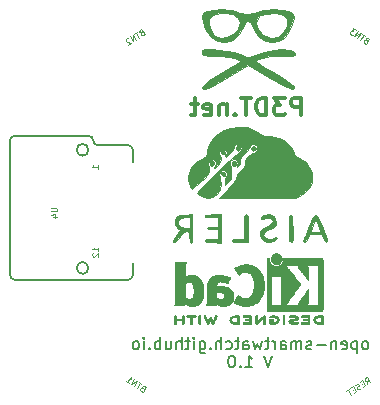
<source format=gbr>
%TF.GenerationSoftware,KiCad,Pcbnew,5.1.5+dfsg1-2~bpo10+1*%
%TF.CreationDate,Date%
%TF.ProjectId,osw-light,6f73772d-6c69-4676-9874-2e6b69636164,1.0*%
%TF.SameCoordinates,Original*%
%TF.FileFunction,Legend,Bot*%
%TF.FilePolarity,Positive*%
%FSLAX46Y46*%
G04 Gerber Fmt 4.6, Leading zero omitted, Abs format (unit mm)*
G04 Created by KiCad*
%MOMM*%
%LPD*%
G04 APERTURE LIST*
%ADD10C,0.200000*%
%ADD11C,0.300000*%
%ADD12C,0.100000*%
%ADD13C,0.010000*%
%ADD14C,0.150000*%
G04 APERTURE END LIST*
D10*
X78282561Y-113841280D02*
X77949228Y-114841280D01*
X77615895Y-113841280D01*
X75996847Y-114841280D02*
X76568276Y-114841280D01*
X76282561Y-114841280D02*
X76282561Y-113841280D01*
X76377800Y-113984138D01*
X76473038Y-114079376D01*
X76568276Y-114126995D01*
X75568276Y-114746042D02*
X75520657Y-114793661D01*
X75568276Y-114841280D01*
X75615895Y-114793661D01*
X75568276Y-114746042D01*
X75568276Y-114841280D01*
X74901609Y-113841280D02*
X74806371Y-113841280D01*
X74711133Y-113888900D01*
X74663514Y-113936519D01*
X74615895Y-114031757D01*
X74568276Y-114222233D01*
X74568276Y-114460328D01*
X74615895Y-114650804D01*
X74663514Y-114746042D01*
X74711133Y-114793661D01*
X74806371Y-114841280D01*
X74901609Y-114841280D01*
X74996847Y-114793661D01*
X75044466Y-114746042D01*
X75092085Y-114650804D01*
X75139704Y-114460328D01*
X75139704Y-114222233D01*
X75092085Y-114031757D01*
X75044466Y-113936519D01*
X74996847Y-113888900D01*
X74901609Y-113841280D01*
X86227014Y-113304580D02*
X86322252Y-113256961D01*
X86369871Y-113209342D01*
X86417490Y-113114104D01*
X86417490Y-112828390D01*
X86369871Y-112733152D01*
X86322252Y-112685533D01*
X86227014Y-112637914D01*
X86084157Y-112637914D01*
X85988919Y-112685533D01*
X85941300Y-112733152D01*
X85893680Y-112828390D01*
X85893680Y-113114104D01*
X85941300Y-113209342D01*
X85988919Y-113256961D01*
X86084157Y-113304580D01*
X86227014Y-113304580D01*
X85465109Y-112637914D02*
X85465109Y-113637914D01*
X85465109Y-112685533D02*
X85369871Y-112637914D01*
X85179395Y-112637914D01*
X85084157Y-112685533D01*
X85036538Y-112733152D01*
X84988919Y-112828390D01*
X84988919Y-113114104D01*
X85036538Y-113209342D01*
X85084157Y-113256961D01*
X85179395Y-113304580D01*
X85369871Y-113304580D01*
X85465109Y-113256961D01*
X84179395Y-113256961D02*
X84274633Y-113304580D01*
X84465109Y-113304580D01*
X84560347Y-113256961D01*
X84607966Y-113161723D01*
X84607966Y-112780771D01*
X84560347Y-112685533D01*
X84465109Y-112637914D01*
X84274633Y-112637914D01*
X84179395Y-112685533D01*
X84131776Y-112780771D01*
X84131776Y-112876009D01*
X84607966Y-112971247D01*
X83703204Y-112637914D02*
X83703204Y-113304580D01*
X83703204Y-112733152D02*
X83655585Y-112685533D01*
X83560347Y-112637914D01*
X83417490Y-112637914D01*
X83322252Y-112685533D01*
X83274633Y-112780771D01*
X83274633Y-113304580D01*
X82798442Y-112923628D02*
X82036538Y-112923628D01*
X81607966Y-113256961D02*
X81512728Y-113304580D01*
X81322252Y-113304580D01*
X81227014Y-113256961D01*
X81179395Y-113161723D01*
X81179395Y-113114104D01*
X81227014Y-113018866D01*
X81322252Y-112971247D01*
X81465109Y-112971247D01*
X81560347Y-112923628D01*
X81607966Y-112828390D01*
X81607966Y-112780771D01*
X81560347Y-112685533D01*
X81465109Y-112637914D01*
X81322252Y-112637914D01*
X81227014Y-112685533D01*
X80750823Y-113304580D02*
X80750823Y-112637914D01*
X80750823Y-112733152D02*
X80703204Y-112685533D01*
X80607966Y-112637914D01*
X80465109Y-112637914D01*
X80369871Y-112685533D01*
X80322252Y-112780771D01*
X80322252Y-113304580D01*
X80322252Y-112780771D02*
X80274633Y-112685533D01*
X80179395Y-112637914D01*
X80036538Y-112637914D01*
X79941300Y-112685533D01*
X79893680Y-112780771D01*
X79893680Y-113304580D01*
X78988919Y-113304580D02*
X78988919Y-112780771D01*
X79036538Y-112685533D01*
X79131776Y-112637914D01*
X79322252Y-112637914D01*
X79417490Y-112685533D01*
X78988919Y-113256961D02*
X79084157Y-113304580D01*
X79322252Y-113304580D01*
X79417490Y-113256961D01*
X79465109Y-113161723D01*
X79465109Y-113066485D01*
X79417490Y-112971247D01*
X79322252Y-112923628D01*
X79084157Y-112923628D01*
X78988919Y-112876009D01*
X78512728Y-113304580D02*
X78512728Y-112637914D01*
X78512728Y-112828390D02*
X78465109Y-112733152D01*
X78417490Y-112685533D01*
X78322252Y-112637914D01*
X78227014Y-112637914D01*
X78036538Y-112637914D02*
X77655585Y-112637914D01*
X77893680Y-112304580D02*
X77893680Y-113161723D01*
X77846061Y-113256961D01*
X77750823Y-113304580D01*
X77655585Y-113304580D01*
X77417490Y-112637914D02*
X77227014Y-113304580D01*
X77036538Y-112828390D01*
X76846061Y-113304580D01*
X76655585Y-112637914D01*
X75846061Y-113304580D02*
X75846061Y-112780771D01*
X75893680Y-112685533D01*
X75988919Y-112637914D01*
X76179395Y-112637914D01*
X76274633Y-112685533D01*
X75846061Y-113256961D02*
X75941300Y-113304580D01*
X76179395Y-113304580D01*
X76274633Y-113256961D01*
X76322252Y-113161723D01*
X76322252Y-113066485D01*
X76274633Y-112971247D01*
X76179395Y-112923628D01*
X75941300Y-112923628D01*
X75846061Y-112876009D01*
X75512728Y-112637914D02*
X75131776Y-112637914D01*
X75369871Y-112304580D02*
X75369871Y-113161723D01*
X75322252Y-113256961D01*
X75227014Y-113304580D01*
X75131776Y-113304580D01*
X74369871Y-113256961D02*
X74465109Y-113304580D01*
X74655585Y-113304580D01*
X74750823Y-113256961D01*
X74798442Y-113209342D01*
X74846061Y-113114104D01*
X74846061Y-112828390D01*
X74798442Y-112733152D01*
X74750823Y-112685533D01*
X74655585Y-112637914D01*
X74465109Y-112637914D01*
X74369871Y-112685533D01*
X73941300Y-113304580D02*
X73941300Y-112304580D01*
X73512728Y-113304580D02*
X73512728Y-112780771D01*
X73560347Y-112685533D01*
X73655585Y-112637914D01*
X73798442Y-112637914D01*
X73893680Y-112685533D01*
X73941300Y-112733152D01*
X73036538Y-113209342D02*
X72988919Y-113256961D01*
X73036538Y-113304580D01*
X73084157Y-113256961D01*
X73036538Y-113209342D01*
X73036538Y-113304580D01*
X72131776Y-112637914D02*
X72131776Y-113447438D01*
X72179395Y-113542676D01*
X72227014Y-113590295D01*
X72322252Y-113637914D01*
X72465109Y-113637914D01*
X72560347Y-113590295D01*
X72131776Y-113256961D02*
X72227014Y-113304580D01*
X72417490Y-113304580D01*
X72512728Y-113256961D01*
X72560347Y-113209342D01*
X72607966Y-113114104D01*
X72607966Y-112828390D01*
X72560347Y-112733152D01*
X72512728Y-112685533D01*
X72417490Y-112637914D01*
X72227014Y-112637914D01*
X72131776Y-112685533D01*
X71655585Y-113304580D02*
X71655585Y-112637914D01*
X71655585Y-112304580D02*
X71703204Y-112352200D01*
X71655585Y-112399819D01*
X71607966Y-112352200D01*
X71655585Y-112304580D01*
X71655585Y-112399819D01*
X71322252Y-112637914D02*
X70941300Y-112637914D01*
X71179395Y-112304580D02*
X71179395Y-113161723D01*
X71131776Y-113256961D01*
X71036538Y-113304580D01*
X70941300Y-113304580D01*
X70607966Y-113304580D02*
X70607966Y-112304580D01*
X70179395Y-113304580D02*
X70179395Y-112780771D01*
X70227014Y-112685533D01*
X70322252Y-112637914D01*
X70465109Y-112637914D01*
X70560347Y-112685533D01*
X70607966Y-112733152D01*
X69274633Y-112637914D02*
X69274633Y-113304580D01*
X69703204Y-112637914D02*
X69703204Y-113161723D01*
X69655585Y-113256961D01*
X69560347Y-113304580D01*
X69417490Y-113304580D01*
X69322252Y-113256961D01*
X69274633Y-113209342D01*
X68798442Y-113304580D02*
X68798442Y-112304580D01*
X68798442Y-112685533D02*
X68703204Y-112637914D01*
X68512728Y-112637914D01*
X68417490Y-112685533D01*
X68369871Y-112733152D01*
X68322252Y-112828390D01*
X68322252Y-113114104D01*
X68369871Y-113209342D01*
X68417490Y-113256961D01*
X68512728Y-113304580D01*
X68703204Y-113304580D01*
X68798442Y-113256961D01*
X67893680Y-113209342D02*
X67846061Y-113256961D01*
X67893680Y-113304580D01*
X67941300Y-113256961D01*
X67893680Y-113209342D01*
X67893680Y-113304580D01*
X67417490Y-113304580D02*
X67417490Y-112637914D01*
X67417490Y-112304580D02*
X67465109Y-112352200D01*
X67417490Y-112399819D01*
X67369871Y-112352200D01*
X67417490Y-112304580D01*
X67417490Y-112399819D01*
X66798442Y-113304580D02*
X66893680Y-113256961D01*
X66941300Y-113209342D01*
X66988919Y-113114104D01*
X66988919Y-112828390D01*
X66941300Y-112733152D01*
X66893680Y-112685533D01*
X66798442Y-112637914D01*
X66655585Y-112637914D01*
X66560347Y-112685533D01*
X66512728Y-112733152D01*
X66465109Y-112828390D01*
X66465109Y-113114104D01*
X66512728Y-113209342D01*
X66560347Y-113256961D01*
X66655585Y-113304580D01*
X66798442Y-113304580D01*
D11*
X80710314Y-93515571D02*
X80710314Y-92015571D01*
X80138885Y-92015571D01*
X79996028Y-92087000D01*
X79924600Y-92158428D01*
X79853171Y-92301285D01*
X79853171Y-92515571D01*
X79924600Y-92658428D01*
X79996028Y-92729857D01*
X80138885Y-92801285D01*
X80710314Y-92801285D01*
X79353171Y-92015571D02*
X78424600Y-92015571D01*
X78924600Y-92587000D01*
X78710314Y-92587000D01*
X78567457Y-92658428D01*
X78496028Y-92729857D01*
X78424600Y-92872714D01*
X78424600Y-93229857D01*
X78496028Y-93372714D01*
X78567457Y-93444142D01*
X78710314Y-93515571D01*
X79138885Y-93515571D01*
X79281742Y-93444142D01*
X79353171Y-93372714D01*
X77781742Y-93515571D02*
X77781742Y-92015571D01*
X77424600Y-92015571D01*
X77210314Y-92087000D01*
X77067457Y-92229857D01*
X76996028Y-92372714D01*
X76924600Y-92658428D01*
X76924600Y-92872714D01*
X76996028Y-93158428D01*
X77067457Y-93301285D01*
X77210314Y-93444142D01*
X77424600Y-93515571D01*
X77781742Y-93515571D01*
X76496028Y-92015571D02*
X75638885Y-92015571D01*
X76067457Y-93515571D02*
X76067457Y-92015571D01*
X75138885Y-93372714D02*
X75067457Y-93444142D01*
X75138885Y-93515571D01*
X75210314Y-93444142D01*
X75138885Y-93372714D01*
X75138885Y-93515571D01*
X74424600Y-92515571D02*
X74424600Y-93515571D01*
X74424600Y-92658428D02*
X74353171Y-92587000D01*
X74210314Y-92515571D01*
X73996028Y-92515571D01*
X73853171Y-92587000D01*
X73781742Y-92729857D01*
X73781742Y-93515571D01*
X72496028Y-93444142D02*
X72638885Y-93515571D01*
X72924600Y-93515571D01*
X73067457Y-93444142D01*
X73138885Y-93301285D01*
X73138885Y-92729857D01*
X73067457Y-92587000D01*
X72924600Y-92515571D01*
X72638885Y-92515571D01*
X72496028Y-92587000D01*
X72424600Y-92729857D01*
X72424600Y-92872714D01*
X73138885Y-93015571D01*
X71996028Y-92515571D02*
X71424600Y-92515571D01*
X71781742Y-92015571D02*
X71781742Y-93301285D01*
X71710314Y-93444142D01*
X71567457Y-93515571D01*
X71424600Y-93515571D01*
D12*
X86230080Y-87131156D02*
X86157208Y-87112221D01*
X86124272Y-87119222D01*
X86078368Y-87146191D01*
X86039466Y-87206096D01*
X86033499Y-87259001D01*
X86040499Y-87291937D01*
X86067469Y-87337840D01*
X86227215Y-87441581D01*
X86499535Y-87022246D01*
X86359756Y-86931472D01*
X86306852Y-86925506D01*
X86273916Y-86932506D01*
X86228013Y-86959475D01*
X86202077Y-86999412D01*
X86196111Y-87052316D01*
X86203111Y-87085252D01*
X86230080Y-87131156D01*
X86369859Y-87221929D01*
X86140105Y-86788829D02*
X85900484Y-86633218D01*
X85747975Y-87130359D02*
X86020294Y-86711023D01*
X85488386Y-86961780D02*
X85760706Y-86542445D01*
X85248766Y-86806169D01*
X85521086Y-86386833D01*
X85361339Y-86283093D02*
X85101751Y-86114514D01*
X85137788Y-86365034D01*
X85077883Y-86326131D01*
X85024979Y-86320164D01*
X84992043Y-86327165D01*
X84946139Y-86354134D01*
X84881301Y-86453976D01*
X84875335Y-86506880D01*
X84882335Y-86539816D01*
X84909304Y-86585720D01*
X85029114Y-86663525D01*
X85082019Y-86669492D01*
X85114955Y-86662491D01*
X67204678Y-86481438D02*
X67157740Y-86540309D01*
X67150739Y-86573245D01*
X67156706Y-86626149D01*
X67195609Y-86686054D01*
X67241513Y-86713024D01*
X67274449Y-86720024D01*
X67327353Y-86714057D01*
X67487100Y-86610317D01*
X67214780Y-86190981D01*
X67075002Y-86281755D01*
X67048033Y-86327658D01*
X67041032Y-86360594D01*
X67046999Y-86413498D01*
X67072934Y-86453435D01*
X67118837Y-86480404D01*
X67151773Y-86487405D01*
X67204678Y-86481438D01*
X67344456Y-86390665D01*
X66855350Y-86424398D02*
X66615730Y-86580009D01*
X67007859Y-86921539D02*
X66735540Y-86502204D01*
X66748271Y-87090118D02*
X66475951Y-86670783D01*
X66508651Y-87245729D01*
X66236331Y-86826394D01*
X66082551Y-86983039D02*
X66049615Y-86976038D01*
X65996711Y-86982005D01*
X65896869Y-87046843D01*
X65869900Y-87092746D01*
X65862899Y-87125682D01*
X65868866Y-87178587D01*
X65894801Y-87218523D01*
X65953673Y-87265461D01*
X66348904Y-87349470D01*
X66089315Y-87518048D01*
X67307080Y-116595156D02*
X67234208Y-116576221D01*
X67201272Y-116583222D01*
X67155368Y-116610191D01*
X67116466Y-116670096D01*
X67110499Y-116723001D01*
X67117499Y-116755937D01*
X67144469Y-116801840D01*
X67304215Y-116905581D01*
X67576535Y-116486246D01*
X67436756Y-116395472D01*
X67383852Y-116389506D01*
X67350916Y-116396506D01*
X67305013Y-116423475D01*
X67279077Y-116463412D01*
X67273111Y-116516316D01*
X67280111Y-116549252D01*
X67307080Y-116595156D01*
X67446859Y-116685929D01*
X67217105Y-116252829D02*
X66977484Y-116097218D01*
X66824975Y-116594359D02*
X67097294Y-116175023D01*
X66565386Y-116425780D02*
X66837706Y-116006445D01*
X66325766Y-116270169D01*
X66598086Y-115850833D01*
X65906431Y-115997849D02*
X66146051Y-116153460D01*
X66026241Y-116075655D02*
X66298561Y-115656319D01*
X66299595Y-115742160D01*
X66313596Y-115808032D01*
X66340565Y-115853935D01*
X86330226Y-116253187D02*
X86340329Y-115962730D01*
X86569846Y-116097576D02*
X86297527Y-115678241D01*
X86137780Y-115781981D01*
X86110811Y-115827885D01*
X86103810Y-115860821D01*
X86109777Y-115913725D01*
X86148680Y-115973630D01*
X86194583Y-116000599D01*
X86227519Y-116007600D01*
X86280424Y-116001633D01*
X86440170Y-115897892D01*
X86007868Y-116150244D02*
X85868089Y-116241017D01*
X85950828Y-116499571D02*
X86150511Y-116369895D01*
X85878192Y-115950560D01*
X85678508Y-116080236D01*
X85778113Y-116583344D02*
X85731176Y-116642215D01*
X85631334Y-116707053D01*
X85578430Y-116713020D01*
X85545494Y-116706019D01*
X85499590Y-116679050D01*
X85473655Y-116639113D01*
X85467688Y-116586209D01*
X85474689Y-116553273D01*
X85501658Y-116507370D01*
X85568564Y-116435531D01*
X85595533Y-116389627D01*
X85602534Y-116356691D01*
X85596567Y-116303787D01*
X85570632Y-116263850D01*
X85524728Y-116236881D01*
X85491792Y-116229880D01*
X85438888Y-116235847D01*
X85339046Y-116300685D01*
X85292109Y-116359556D01*
X85229102Y-116655980D02*
X85089324Y-116746753D01*
X85172062Y-117005308D02*
X85371746Y-116875632D01*
X85099426Y-116456296D01*
X84899743Y-116585972D01*
X84779933Y-116663778D02*
X84540312Y-116819389D01*
X84932442Y-117160919D02*
X84660122Y-116741584D01*
D13*
%TO.C,G\002A\002A\002A*%
G36*
X72657856Y-87905237D02*
G01*
X72359233Y-87974698D01*
X72317708Y-88035985D01*
X72355169Y-88303132D01*
X72522755Y-88435184D01*
X72903273Y-88465664D01*
X73328752Y-88445294D01*
X73946523Y-88451120D01*
X74570770Y-88529638D01*
X75102584Y-88659054D01*
X75443056Y-88817576D01*
X75514911Y-88926964D01*
X75370503Y-89063167D01*
X74981350Y-89328085D01*
X74413554Y-89678471D01*
X73974844Y-89934517D01*
X73121481Y-90449870D01*
X72575782Y-90843197D01*
X72343171Y-91109337D01*
X72429070Y-91243129D01*
X72583015Y-91258825D01*
X72849563Y-91171517D01*
X73342142Y-90935214D01*
X73985006Y-90588346D01*
X74551663Y-90260018D01*
X76225400Y-89261210D01*
X77899138Y-90260018D01*
X78856329Y-90805551D01*
X79539463Y-91135172D01*
X79954857Y-91251118D01*
X80108828Y-91155627D01*
X80092194Y-91036797D01*
X79916020Y-90859024D01*
X79498458Y-90559360D01*
X78909976Y-90186048D01*
X78478791Y-89932243D01*
X77829016Y-89548879D01*
X77314308Y-89222939D01*
X77000675Y-88997530D01*
X76935890Y-88924690D01*
X77097142Y-88757570D01*
X77515434Y-88608267D01*
X78092574Y-88497249D01*
X78730365Y-88444985D01*
X79183618Y-88456167D01*
X79856394Y-88478672D01*
X80194292Y-88403968D01*
X80205136Y-88228412D01*
X80039344Y-88057525D01*
X79692516Y-87944462D01*
X79112061Y-87920769D01*
X78405310Y-87976075D01*
X77679592Y-88100013D01*
X77042238Y-88282212D01*
X76841542Y-88366468D01*
X76417137Y-88542248D01*
X76094020Y-88555405D01*
X75686747Y-88402699D01*
X75562422Y-88344133D01*
X75090750Y-88179774D01*
X74475227Y-88045231D01*
X73805083Y-87948977D01*
X73169549Y-87899488D01*
X72657856Y-87905237D01*
G37*
X72657856Y-87905237D02*
X72359233Y-87974698D01*
X72317708Y-88035985D01*
X72355169Y-88303132D01*
X72522755Y-88435184D01*
X72903273Y-88465664D01*
X73328752Y-88445294D01*
X73946523Y-88451120D01*
X74570770Y-88529638D01*
X75102584Y-88659054D01*
X75443056Y-88817576D01*
X75514911Y-88926964D01*
X75370503Y-89063167D01*
X74981350Y-89328085D01*
X74413554Y-89678471D01*
X73974844Y-89934517D01*
X73121481Y-90449870D01*
X72575782Y-90843197D01*
X72343171Y-91109337D01*
X72429070Y-91243129D01*
X72583015Y-91258825D01*
X72849563Y-91171517D01*
X73342142Y-90935214D01*
X73985006Y-90588346D01*
X74551663Y-90260018D01*
X76225400Y-89261210D01*
X77899138Y-90260018D01*
X78856329Y-90805551D01*
X79539463Y-91135172D01*
X79954857Y-91251118D01*
X80108828Y-91155627D01*
X80092194Y-91036797D01*
X79916020Y-90859024D01*
X79498458Y-90559360D01*
X78909976Y-90186048D01*
X78478791Y-89932243D01*
X77829016Y-89548879D01*
X77314308Y-89222939D01*
X77000675Y-88997530D01*
X76935890Y-88924690D01*
X77097142Y-88757570D01*
X77515434Y-88608267D01*
X78092574Y-88497249D01*
X78730365Y-88444985D01*
X79183618Y-88456167D01*
X79856394Y-88478672D01*
X80194292Y-88403968D01*
X80205136Y-88228412D01*
X80039344Y-88057525D01*
X79692516Y-87944462D01*
X79112061Y-87920769D01*
X78405310Y-87976075D01*
X77679592Y-88100013D01*
X77042238Y-88282212D01*
X76841542Y-88366468D01*
X76417137Y-88542248D01*
X76094020Y-88555405D01*
X75686747Y-88402699D01*
X75562422Y-88344133D01*
X75090750Y-88179774D01*
X74475227Y-88045231D01*
X73805083Y-87948977D01*
X73169549Y-87899488D01*
X72657856Y-87905237D01*
G36*
X77703391Y-84554694D02*
G01*
X77157268Y-84673412D01*
X77057430Y-84718095D01*
X76328675Y-84914946D01*
X75487578Y-84805364D01*
X75184712Y-84697172D01*
X74685259Y-84579206D01*
X74038307Y-84539512D01*
X73368524Y-84572039D01*
X72800581Y-84670737D01*
X72459256Y-84829445D01*
X72370491Y-85137318D01*
X72436499Y-85625097D01*
X72622544Y-86172212D01*
X72893891Y-86658094D01*
X73033860Y-86823928D01*
X73648023Y-87227258D01*
X74306709Y-87311672D01*
X74939945Y-87094545D01*
X75477760Y-86593249D01*
X75729382Y-86154654D01*
X75989333Y-85678043D01*
X75514911Y-85678043D01*
X75368058Y-86215684D01*
X74991702Y-86639155D01*
X74482151Y-86904700D01*
X73935709Y-86968560D01*
X73448682Y-86786977D01*
X73324270Y-86673394D01*
X73075603Y-86261702D01*
X72922569Y-85801661D01*
X72941096Y-85320566D01*
X73238996Y-85017178D01*
X73834998Y-84877569D01*
X74182743Y-84864420D01*
X74926024Y-84957651D01*
X75371573Y-85235461D01*
X75514911Y-85678043D01*
X75989333Y-85678043D01*
X76009976Y-85640195D01*
X76253219Y-85475933D01*
X76476715Y-85661096D01*
X76671333Y-86113349D01*
X77053090Y-86760440D01*
X77633143Y-87170204D01*
X78324372Y-87304703D01*
X79019502Y-87135885D01*
X79341932Y-86848427D01*
X79683907Y-86353017D01*
X79969768Y-85783955D01*
X79971268Y-85779003D01*
X79542125Y-85779003D01*
X79518364Y-85898511D01*
X79233716Y-86519850D01*
X78757485Y-86882922D01*
X78167651Y-86960833D01*
X77542198Y-86726686D01*
X77403900Y-86627752D01*
X77052235Y-86195766D01*
X76929448Y-85704099D01*
X77044485Y-85266310D01*
X77279458Y-85048291D01*
X77785703Y-84902255D01*
X78418652Y-84874933D01*
X79008897Y-84962080D01*
X79320858Y-85099431D01*
X79538594Y-85368945D01*
X79542125Y-85779003D01*
X79971268Y-85779003D01*
X80123857Y-85275539D01*
X80133093Y-85159188D01*
X79983862Y-84878268D01*
X79677474Y-84682401D01*
X79114014Y-84557138D01*
X78405813Y-84515252D01*
X77703391Y-84554694D01*
G37*
X77703391Y-84554694D02*
X77157268Y-84673412D01*
X77057430Y-84718095D01*
X76328675Y-84914946D01*
X75487578Y-84805364D01*
X75184712Y-84697172D01*
X74685259Y-84579206D01*
X74038307Y-84539512D01*
X73368524Y-84572039D01*
X72800581Y-84670737D01*
X72459256Y-84829445D01*
X72370491Y-85137318D01*
X72436499Y-85625097D01*
X72622544Y-86172212D01*
X72893891Y-86658094D01*
X73033860Y-86823928D01*
X73648023Y-87227258D01*
X74306709Y-87311672D01*
X74939945Y-87094545D01*
X75477760Y-86593249D01*
X75729382Y-86154654D01*
X75989333Y-85678043D01*
X75514911Y-85678043D01*
X75368058Y-86215684D01*
X74991702Y-86639155D01*
X74482151Y-86904700D01*
X73935709Y-86968560D01*
X73448682Y-86786977D01*
X73324270Y-86673394D01*
X73075603Y-86261702D01*
X72922569Y-85801661D01*
X72941096Y-85320566D01*
X73238996Y-85017178D01*
X73834998Y-84877569D01*
X74182743Y-84864420D01*
X74926024Y-84957651D01*
X75371573Y-85235461D01*
X75514911Y-85678043D01*
X75989333Y-85678043D01*
X76009976Y-85640195D01*
X76253219Y-85475933D01*
X76476715Y-85661096D01*
X76671333Y-86113349D01*
X77053090Y-86760440D01*
X77633143Y-87170204D01*
X78324372Y-87304703D01*
X79019502Y-87135885D01*
X79341932Y-86848427D01*
X79683907Y-86353017D01*
X79969768Y-85783955D01*
X79971268Y-85779003D01*
X79542125Y-85779003D01*
X79518364Y-85898511D01*
X79233716Y-86519850D01*
X78757485Y-86882922D01*
X78167651Y-86960833D01*
X77542198Y-86726686D01*
X77403900Y-86627752D01*
X77052235Y-86195766D01*
X76929448Y-85704099D01*
X77044485Y-85266310D01*
X77279458Y-85048291D01*
X77785703Y-84902255D01*
X78418652Y-84874933D01*
X79008897Y-84962080D01*
X79320858Y-85099431D01*
X79538594Y-85368945D01*
X79542125Y-85779003D01*
X79971268Y-85779003D01*
X80123857Y-85275539D01*
X80133093Y-85159188D01*
X79983862Y-84878268D01*
X79677474Y-84682401D01*
X79114014Y-84557138D01*
X78405813Y-84515252D01*
X77703391Y-84554694D01*
G36*
X75209486Y-96143756D02*
G01*
X75195149Y-96281857D01*
X75267029Y-96426678D01*
X75391697Y-96488388D01*
X75509810Y-96448397D01*
X75545287Y-96391554D01*
X75551026Y-96216367D01*
X75426715Y-96116647D01*
X75329370Y-96104075D01*
X75209486Y-96143756D01*
G37*
X75209486Y-96143756D02*
X75195149Y-96281857D01*
X75267029Y-96426678D01*
X75391697Y-96488388D01*
X75509810Y-96448397D01*
X75545287Y-96391554D01*
X75551026Y-96216367D01*
X75426715Y-96116647D01*
X75329370Y-96104075D01*
X75209486Y-96143756D01*
G36*
X76543817Y-96162356D02*
G01*
X76495636Y-96293258D01*
X76552278Y-96411902D01*
X76657630Y-96491215D01*
X76688950Y-96500950D01*
X76780056Y-96452263D01*
X76825623Y-96411902D01*
X76882335Y-96271032D01*
X76817333Y-96147012D01*
X76688950Y-96104075D01*
X76543817Y-96162356D01*
G37*
X76543817Y-96162356D02*
X76495636Y-96293258D01*
X76552278Y-96411902D01*
X76657630Y-96491215D01*
X76688950Y-96500950D01*
X76780056Y-96452263D01*
X76825623Y-96411902D01*
X76882335Y-96271032D01*
X76817333Y-96147012D01*
X76688950Y-96104075D01*
X76543817Y-96162356D01*
G36*
X73978163Y-96512264D02*
G01*
X73944626Y-96626068D01*
X74004171Y-96743865D01*
X74135460Y-96804959D01*
X74271552Y-96798790D01*
X74299783Y-96695630D01*
X74294210Y-96646209D01*
X74217026Y-96492257D01*
X74109263Y-96461262D01*
X73978163Y-96512264D01*
G37*
X73978163Y-96512264D02*
X73944626Y-96626068D01*
X74004171Y-96743865D01*
X74135460Y-96804959D01*
X74271552Y-96798790D01*
X74299783Y-96695630D01*
X74294210Y-96646209D01*
X74217026Y-96492257D01*
X74109263Y-96461262D01*
X73978163Y-96512264D01*
G36*
X73029044Y-97423941D02*
G01*
X72984894Y-97564126D01*
X73006248Y-97644724D01*
X73114047Y-97757587D01*
X73258904Y-97750368D01*
X73302284Y-97718033D01*
X73361139Y-97578559D01*
X73321597Y-97439489D01*
X73205213Y-97374131D01*
X73201135Y-97374075D01*
X73029044Y-97423941D01*
G37*
X73029044Y-97423941D02*
X72984894Y-97564126D01*
X73006248Y-97644724D01*
X73114047Y-97757587D01*
X73258904Y-97750368D01*
X73302284Y-97718033D01*
X73361139Y-97578559D01*
X73321597Y-97439489D01*
X73205213Y-97374131D01*
X73201135Y-97374075D01*
X73029044Y-97423941D01*
G36*
X74895865Y-97423120D02*
G01*
X74863325Y-97572512D01*
X74900110Y-97727677D01*
X75024567Y-97770950D01*
X75176493Y-97720930D01*
X75230038Y-97655688D01*
X75232941Y-97484091D01*
X75107520Y-97385577D01*
X75017391Y-97374075D01*
X74895865Y-97423120D01*
G37*
X74895865Y-97423120D02*
X74863325Y-97572512D01*
X74900110Y-97727677D01*
X75024567Y-97770950D01*
X75176493Y-97720930D01*
X75230038Y-97655688D01*
X75232941Y-97484091D01*
X75107520Y-97385577D01*
X75017391Y-97374075D01*
X74895865Y-97423120D01*
G36*
X73978163Y-98337889D02*
G01*
X73944626Y-98451693D01*
X74004171Y-98569490D01*
X74135460Y-98630584D01*
X74271552Y-98624415D01*
X74299783Y-98521255D01*
X74294210Y-98471834D01*
X74217026Y-98317882D01*
X74109263Y-98286887D01*
X73978163Y-98337889D01*
G37*
X73978163Y-98337889D02*
X73944626Y-98451693D01*
X74004171Y-98569490D01*
X74135460Y-98630584D01*
X74271552Y-98624415D01*
X74299783Y-98521255D01*
X74294210Y-98471834D01*
X74217026Y-98317882D01*
X74109263Y-98286887D01*
X73978163Y-98337889D01*
G36*
X74809151Y-94549694D02*
G01*
X74199463Y-94742250D01*
X73680905Y-95049811D01*
X73265117Y-95463456D01*
X72963743Y-95974267D01*
X72791599Y-96554939D01*
X72740688Y-96816254D01*
X72680144Y-96968912D01*
X72573049Y-97060644D01*
X72382484Y-97139182D01*
X72323413Y-97160239D01*
X71967077Y-97351049D01*
X71648664Y-97638800D01*
X71390414Y-97988463D01*
X71214568Y-98365004D01*
X71143363Y-98733394D01*
X71170175Y-98976810D01*
X71251917Y-99224062D01*
X71350835Y-99461427D01*
X71446590Y-99646233D01*
X71518841Y-99735809D01*
X71532880Y-99737738D01*
X71609467Y-99677340D01*
X71775898Y-99529392D01*
X72007490Y-99316278D01*
X72273870Y-99065786D01*
X72568739Y-98781256D01*
X72764952Y-98575752D01*
X72882121Y-98422404D01*
X72939857Y-98294339D01*
X72957771Y-98164686D01*
X72958326Y-98127911D01*
X72934812Y-97886297D01*
X72877700Y-97689742D01*
X72872624Y-97679753D01*
X72845886Y-97498413D01*
X72933557Y-97343233D01*
X73091341Y-97244159D01*
X73274944Y-97231136D01*
X73418700Y-97310574D01*
X73495240Y-97462316D01*
X73508615Y-97649621D01*
X73456284Y-97792432D01*
X73434575Y-97810637D01*
X73358022Y-97924396D01*
X73355200Y-97949955D01*
X73404720Y-97953237D01*
X73531449Y-97863108D01*
X73633013Y-97770950D01*
X73848072Y-97476949D01*
X73917815Y-97165739D01*
X73837744Y-96861265D01*
X73812186Y-96817098D01*
X73762361Y-96623610D01*
X73846413Y-96467913D01*
X74039473Y-96386438D01*
X74109263Y-96381887D01*
X74328247Y-96436213D01*
X74445146Y-96574905D01*
X74435094Y-96761531D01*
X74406340Y-96817098D01*
X74318044Y-96979771D01*
X74331587Y-97021396D01*
X74446327Y-96942168D01*
X74661621Y-96742279D01*
X74664888Y-96739074D01*
X74852464Y-96536031D01*
X74981820Y-96359776D01*
X75022075Y-96262173D01*
X75082709Y-96068694D01*
X75233098Y-95968500D01*
X75425977Y-95974706D01*
X75612240Y-96098386D01*
X75705813Y-96296145D01*
X75663229Y-96487273D01*
X75498028Y-96619378D01*
X75475555Y-96627239D01*
X75374441Y-96694710D01*
X75182894Y-96854400D01*
X74917663Y-97090133D01*
X74595497Y-97385735D01*
X74233145Y-97725030D01*
X73847357Y-98091842D01*
X73454881Y-98469996D01*
X73072466Y-98843316D01*
X72716862Y-99195627D01*
X72404817Y-99510753D01*
X72153082Y-99772519D01*
X71978404Y-99964750D01*
X71897532Y-100071268D01*
X71894622Y-100085540D01*
X72031768Y-100202746D01*
X72269407Y-100319813D01*
X72550773Y-100414892D01*
X72819100Y-100466131D01*
X72892628Y-100469700D01*
X73106808Y-100452765D01*
X73280100Y-100382753D01*
X73470970Y-100230855D01*
X73570477Y-100135673D01*
X73750871Y-99951338D01*
X73852671Y-99805772D01*
X73898354Y-99641246D01*
X73910395Y-99400032D01*
X73910825Y-99261471D01*
X73897155Y-98962216D01*
X73861442Y-98710139D01*
X73815130Y-98568063D01*
X73764272Y-98429907D01*
X73827654Y-98297499D01*
X73867120Y-98251640D01*
X74042322Y-98111109D01*
X74199676Y-98119762D01*
X74335086Y-98233606D01*
X74433628Y-98392537D01*
X74464354Y-98545169D01*
X74420318Y-98636649D01*
X74387075Y-98644075D01*
X74340722Y-98715233D01*
X74312129Y-98896188D01*
X74307700Y-99019579D01*
X74307700Y-99395084D01*
X74565669Y-99137175D01*
X74712812Y-98972354D01*
X74792627Y-98813344D01*
X74827459Y-98598683D01*
X74836804Y-98391498D01*
X74823595Y-98038300D01*
X74766655Y-97788118D01*
X74738848Y-97734137D01*
X74669777Y-97586177D01*
X74708706Y-97452756D01*
X74750026Y-97389934D01*
X74926638Y-97240985D01*
X75119966Y-97241277D01*
X75291612Y-97386346D01*
X75367318Y-97577821D01*
X75335801Y-97698628D01*
X75265986Y-97861078D01*
X75293034Y-97900966D01*
X75414344Y-97814788D01*
X75418951Y-97810637D01*
X75550865Y-97587264D01*
X75577700Y-97378632D01*
X75597135Y-97200284D01*
X75672730Y-97037525D01*
X75830419Y-96845968D01*
X75974575Y-96699387D01*
X76173243Y-96485670D01*
X76315600Y-96298116D01*
X76371424Y-96176651D01*
X76371450Y-96175082D01*
X76435287Y-96032416D01*
X76589604Y-95957195D01*
X76778613Y-95955165D01*
X76946526Y-96032071D01*
X77009299Y-96109397D01*
X77035475Y-96298680D01*
X76959150Y-96492964D01*
X76814777Y-96630299D01*
X76703230Y-96659700D01*
X76570501Y-96713560D01*
X76384954Y-96851346D01*
X76268497Y-96960702D01*
X76075077Y-97191081D01*
X75987947Y-97395475D01*
X75974575Y-97539488D01*
X75950075Y-97726863D01*
X75858358Y-97902141D01*
X75672102Y-98113383D01*
X75617388Y-98167825D01*
X75396144Y-98410344D01*
X75285218Y-98605822D01*
X75260200Y-98758328D01*
X75240709Y-98880208D01*
X75170771Y-99019949D01*
X75033193Y-99200447D01*
X74810780Y-99444602D01*
X74527549Y-99733989D01*
X73794898Y-100469700D01*
X80322073Y-100469700D01*
X80747855Y-100248502D01*
X81183560Y-99946945D01*
X81490327Y-99568230D01*
X81658743Y-99126646D01*
X81689575Y-98818915D01*
X81618466Y-98317828D01*
X81418776Y-97862723D01*
X81110965Y-97483263D01*
X80715492Y-97209107D01*
X80525800Y-97131712D01*
X80357128Y-97049571D01*
X80242235Y-96908518D01*
X80141878Y-96660035D01*
X80140196Y-96654982D01*
X79906739Y-96194006D01*
X79549475Y-95805370D01*
X79092935Y-95504869D01*
X78561651Y-95308298D01*
X77980155Y-95231454D01*
X77928588Y-95230950D01*
X77620437Y-95218759D01*
X77425807Y-95175307D01*
X77300854Y-95090270D01*
X77292368Y-95081156D01*
X77151354Y-94971077D01*
X76916956Y-94831452D01*
X76664910Y-94704493D01*
X76383391Y-94586111D01*
X76135286Y-94517696D01*
X75855846Y-94486848D01*
X75498325Y-94481063D01*
X74809151Y-94549694D01*
G37*
X74809151Y-94549694D02*
X74199463Y-94742250D01*
X73680905Y-95049811D01*
X73265117Y-95463456D01*
X72963743Y-95974267D01*
X72791599Y-96554939D01*
X72740688Y-96816254D01*
X72680144Y-96968912D01*
X72573049Y-97060644D01*
X72382484Y-97139182D01*
X72323413Y-97160239D01*
X71967077Y-97351049D01*
X71648664Y-97638800D01*
X71390414Y-97988463D01*
X71214568Y-98365004D01*
X71143363Y-98733394D01*
X71170175Y-98976810D01*
X71251917Y-99224062D01*
X71350835Y-99461427D01*
X71446590Y-99646233D01*
X71518841Y-99735809D01*
X71532880Y-99737738D01*
X71609467Y-99677340D01*
X71775898Y-99529392D01*
X72007490Y-99316278D01*
X72273870Y-99065786D01*
X72568739Y-98781256D01*
X72764952Y-98575752D01*
X72882121Y-98422404D01*
X72939857Y-98294339D01*
X72957771Y-98164686D01*
X72958326Y-98127911D01*
X72934812Y-97886297D01*
X72877700Y-97689742D01*
X72872624Y-97679753D01*
X72845886Y-97498413D01*
X72933557Y-97343233D01*
X73091341Y-97244159D01*
X73274944Y-97231136D01*
X73418700Y-97310574D01*
X73495240Y-97462316D01*
X73508615Y-97649621D01*
X73456284Y-97792432D01*
X73434575Y-97810637D01*
X73358022Y-97924396D01*
X73355200Y-97949955D01*
X73404720Y-97953237D01*
X73531449Y-97863108D01*
X73633013Y-97770950D01*
X73848072Y-97476949D01*
X73917815Y-97165739D01*
X73837744Y-96861265D01*
X73812186Y-96817098D01*
X73762361Y-96623610D01*
X73846413Y-96467913D01*
X74039473Y-96386438D01*
X74109263Y-96381887D01*
X74328247Y-96436213D01*
X74445146Y-96574905D01*
X74435094Y-96761531D01*
X74406340Y-96817098D01*
X74318044Y-96979771D01*
X74331587Y-97021396D01*
X74446327Y-96942168D01*
X74661621Y-96742279D01*
X74664888Y-96739074D01*
X74852464Y-96536031D01*
X74981820Y-96359776D01*
X75022075Y-96262173D01*
X75082709Y-96068694D01*
X75233098Y-95968500D01*
X75425977Y-95974706D01*
X75612240Y-96098386D01*
X75705813Y-96296145D01*
X75663229Y-96487273D01*
X75498028Y-96619378D01*
X75475555Y-96627239D01*
X75374441Y-96694710D01*
X75182894Y-96854400D01*
X74917663Y-97090133D01*
X74595497Y-97385735D01*
X74233145Y-97725030D01*
X73847357Y-98091842D01*
X73454881Y-98469996D01*
X73072466Y-98843316D01*
X72716862Y-99195627D01*
X72404817Y-99510753D01*
X72153082Y-99772519D01*
X71978404Y-99964750D01*
X71897532Y-100071268D01*
X71894622Y-100085540D01*
X72031768Y-100202746D01*
X72269407Y-100319813D01*
X72550773Y-100414892D01*
X72819100Y-100466131D01*
X72892628Y-100469700D01*
X73106808Y-100452765D01*
X73280100Y-100382753D01*
X73470970Y-100230855D01*
X73570477Y-100135673D01*
X73750871Y-99951338D01*
X73852671Y-99805772D01*
X73898354Y-99641246D01*
X73910395Y-99400032D01*
X73910825Y-99261471D01*
X73897155Y-98962216D01*
X73861442Y-98710139D01*
X73815130Y-98568063D01*
X73764272Y-98429907D01*
X73827654Y-98297499D01*
X73867120Y-98251640D01*
X74042322Y-98111109D01*
X74199676Y-98119762D01*
X74335086Y-98233606D01*
X74433628Y-98392537D01*
X74464354Y-98545169D01*
X74420318Y-98636649D01*
X74387075Y-98644075D01*
X74340722Y-98715233D01*
X74312129Y-98896188D01*
X74307700Y-99019579D01*
X74307700Y-99395084D01*
X74565669Y-99137175D01*
X74712812Y-98972354D01*
X74792627Y-98813344D01*
X74827459Y-98598683D01*
X74836804Y-98391498D01*
X74823595Y-98038300D01*
X74766655Y-97788118D01*
X74738848Y-97734137D01*
X74669777Y-97586177D01*
X74708706Y-97452756D01*
X74750026Y-97389934D01*
X74926638Y-97240985D01*
X75119966Y-97241277D01*
X75291612Y-97386346D01*
X75367318Y-97577821D01*
X75335801Y-97698628D01*
X75265986Y-97861078D01*
X75293034Y-97900966D01*
X75414344Y-97814788D01*
X75418951Y-97810637D01*
X75550865Y-97587264D01*
X75577700Y-97378632D01*
X75597135Y-97200284D01*
X75672730Y-97037525D01*
X75830419Y-96845968D01*
X75974575Y-96699387D01*
X76173243Y-96485670D01*
X76315600Y-96298116D01*
X76371424Y-96176651D01*
X76371450Y-96175082D01*
X76435287Y-96032416D01*
X76589604Y-95957195D01*
X76778613Y-95955165D01*
X76946526Y-96032071D01*
X77009299Y-96109397D01*
X77035475Y-96298680D01*
X76959150Y-96492964D01*
X76814777Y-96630299D01*
X76703230Y-96659700D01*
X76570501Y-96713560D01*
X76384954Y-96851346D01*
X76268497Y-96960702D01*
X76075077Y-97191081D01*
X75987947Y-97395475D01*
X75974575Y-97539488D01*
X75950075Y-97726863D01*
X75858358Y-97902141D01*
X75672102Y-98113383D01*
X75617388Y-98167825D01*
X75396144Y-98410344D01*
X75285218Y-98605822D01*
X75260200Y-98758328D01*
X75240709Y-98880208D01*
X75170771Y-99019949D01*
X75033193Y-99200447D01*
X74810780Y-99444602D01*
X74527549Y-99733989D01*
X73794898Y-100469700D01*
X80322073Y-100469700D01*
X80747855Y-100248502D01*
X81183560Y-99946945D01*
X81490327Y-99568230D01*
X81658743Y-99126646D01*
X81689575Y-98818915D01*
X81618466Y-98317828D01*
X81418776Y-97862723D01*
X81110965Y-97483263D01*
X80715492Y-97209107D01*
X80525800Y-97131712D01*
X80357128Y-97049571D01*
X80242235Y-96908518D01*
X80141878Y-96660035D01*
X80140196Y-96654982D01*
X79906739Y-96194006D01*
X79549475Y-95805370D01*
X79092935Y-95504869D01*
X78561651Y-95308298D01*
X77980155Y-95231454D01*
X77928588Y-95230950D01*
X77620437Y-95218759D01*
X77425807Y-95175307D01*
X77300854Y-95090270D01*
X77292368Y-95081156D01*
X77151354Y-94971077D01*
X76916956Y-94831452D01*
X76664910Y-94704493D01*
X76383391Y-94586111D01*
X76135286Y-94517696D01*
X75855846Y-94486848D01*
X75498325Y-94481063D01*
X74809151Y-94549694D01*
G36*
X79784113Y-101917633D02*
G01*
X79748474Y-101971682D01*
X79725370Y-102097318D01*
X79712196Y-102317243D01*
X79706351Y-102654155D01*
X79705200Y-103043567D01*
X79706120Y-103493240D01*
X79711198Y-103808141D01*
X79723909Y-104012250D01*
X79747730Y-104129543D01*
X79786138Y-104183999D01*
X79842608Y-104199595D01*
X79872909Y-104200325D01*
X79938498Y-104194771D01*
X79983243Y-104161950D01*
X80009922Y-104077617D01*
X80021316Y-103917531D01*
X80020204Y-103657449D01*
X80009366Y-103273128D01*
X80002596Y-103069231D01*
X79985036Y-102616484D01*
X79965593Y-102298932D01*
X79940851Y-102093027D01*
X79907396Y-101975222D01*
X79861816Y-101921969D01*
X79834887Y-101912473D01*
X79784113Y-101917633D01*
G37*
X79784113Y-101917633D02*
X79748474Y-101971682D01*
X79725370Y-102097318D01*
X79712196Y-102317243D01*
X79706351Y-102654155D01*
X79705200Y-103043567D01*
X79706120Y-103493240D01*
X79711198Y-103808141D01*
X79723909Y-104012250D01*
X79747730Y-104129543D01*
X79786138Y-104183999D01*
X79842608Y-104199595D01*
X79872909Y-104200325D01*
X79938498Y-104194771D01*
X79983243Y-104161950D01*
X80009922Y-104077617D01*
X80021316Y-103917531D01*
X80020204Y-103657449D01*
X80009366Y-103273128D01*
X80002596Y-103069231D01*
X79985036Y-102616484D01*
X79965593Y-102298932D01*
X79940851Y-102093027D01*
X79907396Y-101975222D01*
X79861816Y-101921969D01*
X79834887Y-101912473D01*
X79784113Y-101917633D01*
G36*
X81822318Y-101998121D02*
G01*
X81694353Y-102205934D01*
X81540033Y-102549868D01*
X81394011Y-102907235D01*
X81239920Y-103289694D01*
X81104206Y-103627606D01*
X80999524Y-103889387D01*
X80938526Y-104043455D01*
X80931594Y-104061418D01*
X80928043Y-104173762D01*
X81026240Y-104199517D01*
X81167686Y-104120803D01*
X81302428Y-103891975D01*
X81306650Y-103882017D01*
X81439661Y-103565325D01*
X82466088Y-103565325D01*
X82593127Y-103882825D01*
X82725165Y-104120597D01*
X82867650Y-104200323D01*
X82868187Y-104200325D01*
X82918682Y-104185070D01*
X82934829Y-104125536D01*
X82910961Y-104001064D01*
X82841413Y-103790996D01*
X82720518Y-103474676D01*
X82668902Y-103345962D01*
X82346735Y-103345962D01*
X82342207Y-103362484D01*
X82241857Y-103391830D01*
X82054339Y-103405018D01*
X81836596Y-103403132D01*
X81645570Y-103387256D01*
X81538203Y-103358472D01*
X81530809Y-103347043D01*
X81556671Y-103230494D01*
X81622482Y-103028835D01*
X81710538Y-102788311D01*
X81803130Y-102555169D01*
X81882553Y-102375655D01*
X81931099Y-102296016D01*
X81933491Y-102295325D01*
X81987590Y-102363303D01*
X82071372Y-102536202D01*
X82167006Y-102767469D01*
X82256664Y-103010554D01*
X82322517Y-103218902D01*
X82346735Y-103345962D01*
X82668902Y-103345962D01*
X82557927Y-103069231D01*
X82351259Y-102567142D01*
X82188397Y-102210940D01*
X82055307Y-101998672D01*
X81937958Y-101928383D01*
X81822318Y-101998121D01*
G37*
X81822318Y-101998121D02*
X81694353Y-102205934D01*
X81540033Y-102549868D01*
X81394011Y-102907235D01*
X81239920Y-103289694D01*
X81104206Y-103627606D01*
X80999524Y-103889387D01*
X80938526Y-104043455D01*
X80931594Y-104061418D01*
X80928043Y-104173762D01*
X81026240Y-104199517D01*
X81167686Y-104120803D01*
X81302428Y-103891975D01*
X81306650Y-103882017D01*
X81439661Y-103565325D01*
X82466088Y-103565325D01*
X82593127Y-103882825D01*
X82725165Y-104120597D01*
X82867650Y-104200323D01*
X82868187Y-104200325D01*
X82918682Y-104185070D01*
X82934829Y-104125536D01*
X82910961Y-104001064D01*
X82841413Y-103790996D01*
X82720518Y-103474676D01*
X82668902Y-103345962D01*
X82346735Y-103345962D01*
X82342207Y-103362484D01*
X82241857Y-103391830D01*
X82054339Y-103405018D01*
X81836596Y-103403132D01*
X81645570Y-103387256D01*
X81538203Y-103358472D01*
X81530809Y-103347043D01*
X81556671Y-103230494D01*
X81622482Y-103028835D01*
X81710538Y-102788311D01*
X81803130Y-102555169D01*
X81882553Y-102375655D01*
X81931099Y-102296016D01*
X81933491Y-102295325D01*
X81987590Y-102363303D01*
X82071372Y-102536202D01*
X82167006Y-102767469D01*
X82256664Y-103010554D01*
X82322517Y-103218902D01*
X82346735Y-103345962D01*
X82668902Y-103345962D01*
X82557927Y-103069231D01*
X82351259Y-102567142D01*
X82188397Y-102210940D01*
X82055307Y-101998672D01*
X81937958Y-101928383D01*
X81822318Y-101998121D01*
G36*
X70941284Y-101910806D02*
G01*
X70531946Y-101953477D01*
X70257195Y-102042187D01*
X70096072Y-102191243D01*
X70027616Y-102414952D01*
X70021450Y-102538696D01*
X70054938Y-102779627D01*
X70181555Y-102966043D01*
X70264785Y-103041590D01*
X70508119Y-103246342D01*
X70141083Y-103723333D01*
X69958201Y-103964397D01*
X69863879Y-104106528D01*
X69848852Y-104175822D01*
X69903855Y-104198372D01*
X69971719Y-104200325D01*
X70179129Y-104126233D01*
X70347013Y-103942356D01*
X70587766Y-103630378D01*
X70817131Y-103401385D01*
X71011238Y-103276663D01*
X71109782Y-103262053D01*
X71191729Y-103307448D01*
X71240867Y-103428061D01*
X71268284Y-103658866D01*
X71275394Y-103784403D01*
X71299748Y-104074309D01*
X71342687Y-104231013D01*
X71411261Y-104279646D01*
X71414301Y-104279700D01*
X71459486Y-104255700D01*
X71491488Y-104169338D01*
X71512378Y-103999070D01*
X71524226Y-103723352D01*
X71529103Y-103320640D01*
X71529575Y-103080399D01*
X71529575Y-102136575D01*
X71291450Y-102136575D01*
X71291450Y-103009700D01*
X70934263Y-103009700D01*
X70627770Y-102973385D01*
X70423470Y-102856020D01*
X70418325Y-102850950D01*
X70285902Y-102640047D01*
X70295139Y-102440305D01*
X70429392Y-102274771D01*
X70672016Y-102166491D01*
X70934263Y-102136575D01*
X71291450Y-102136575D01*
X71529575Y-102136575D01*
X71529575Y-101881098D01*
X70941284Y-101910806D01*
G37*
X70941284Y-101910806D02*
X70531946Y-101953477D01*
X70257195Y-102042187D01*
X70096072Y-102191243D01*
X70027616Y-102414952D01*
X70021450Y-102538696D01*
X70054938Y-102779627D01*
X70181555Y-102966043D01*
X70264785Y-103041590D01*
X70508119Y-103246342D01*
X70141083Y-103723333D01*
X69958201Y-103964397D01*
X69863879Y-104106528D01*
X69848852Y-104175822D01*
X69903855Y-104198372D01*
X69971719Y-104200325D01*
X70179129Y-104126233D01*
X70347013Y-103942356D01*
X70587766Y-103630378D01*
X70817131Y-103401385D01*
X71011238Y-103276663D01*
X71109782Y-103262053D01*
X71191729Y-103307448D01*
X71240867Y-103428061D01*
X71268284Y-103658866D01*
X71275394Y-103784403D01*
X71299748Y-104074309D01*
X71342687Y-104231013D01*
X71411261Y-104279646D01*
X71414301Y-104279700D01*
X71459486Y-104255700D01*
X71491488Y-104169338D01*
X71512378Y-103999070D01*
X71524226Y-103723352D01*
X71529103Y-103320640D01*
X71529575Y-103080399D01*
X71529575Y-102136575D01*
X71291450Y-102136575D01*
X71291450Y-103009700D01*
X70934263Y-103009700D01*
X70627770Y-102973385D01*
X70423470Y-102856020D01*
X70418325Y-102850950D01*
X70285902Y-102640047D01*
X70295139Y-102440305D01*
X70429392Y-102274771D01*
X70672016Y-102166491D01*
X70934263Y-102136575D01*
X71291450Y-102136575D01*
X71529575Y-102136575D01*
X71529575Y-101881098D01*
X70941284Y-101910806D01*
G36*
X72927310Y-101903089D02*
G01*
X72710225Y-101920023D01*
X72597440Y-101953773D01*
X72561827Y-102008860D01*
X72561450Y-102017512D01*
X72594127Y-102082201D01*
X72711619Y-102119224D01*
X72943126Y-102134839D01*
X73117075Y-102136575D01*
X73672700Y-102136575D01*
X73672700Y-102930325D01*
X73236138Y-102930325D01*
X72972865Y-102941014D01*
X72837321Y-102978521D01*
X72799575Y-103049387D01*
X72838769Y-103121189D01*
X72976297Y-103158155D01*
X73236138Y-103168450D01*
X73672700Y-103168450D01*
X73672700Y-103962200D01*
X73111255Y-103962200D01*
X72817592Y-103966756D01*
X72651331Y-103985830D01*
X72581257Y-104027529D01*
X72576150Y-104099959D01*
X72576367Y-104101106D01*
X72612117Y-104169932D01*
X72707889Y-104214723D01*
X72894151Y-104242323D01*
X73201369Y-104259580D01*
X73296562Y-104262946D01*
X73990200Y-104285880D01*
X73990200Y-101898450D01*
X73275825Y-101898450D01*
X72927310Y-101903089D01*
G37*
X72927310Y-101903089D02*
X72710225Y-101920023D01*
X72597440Y-101953773D01*
X72561827Y-102008860D01*
X72561450Y-102017512D01*
X72594127Y-102082201D01*
X72711619Y-102119224D01*
X72943126Y-102134839D01*
X73117075Y-102136575D01*
X73672700Y-102136575D01*
X73672700Y-102930325D01*
X73236138Y-102930325D01*
X72972865Y-102941014D01*
X72837321Y-102978521D01*
X72799575Y-103049387D01*
X72838769Y-103121189D01*
X72976297Y-103158155D01*
X73236138Y-103168450D01*
X73672700Y-103168450D01*
X73672700Y-103962200D01*
X73111255Y-103962200D01*
X72817592Y-103966756D01*
X72651331Y-103985830D01*
X72581257Y-104027529D01*
X72576150Y-104099959D01*
X72576367Y-104101106D01*
X72612117Y-104169932D01*
X72707889Y-104214723D01*
X72894151Y-104242323D01*
X73201369Y-104259580D01*
X73296562Y-104262946D01*
X73990200Y-104285880D01*
X73990200Y-101898450D01*
X73275825Y-101898450D01*
X72927310Y-101903089D01*
G36*
X75989142Y-101907202D02*
G01*
X75944863Y-101950323D01*
X75917222Y-102053114D01*
X75902327Y-102240872D01*
X75896285Y-102538897D01*
X75895200Y-102930325D01*
X75895200Y-103962200D01*
X75379263Y-103962200D01*
X75086840Y-103970796D01*
X74924769Y-104000677D01*
X74865376Y-104057975D01*
X74863325Y-104076578D01*
X74873073Y-104154942D01*
X74922262Y-104202403D01*
X75040812Y-104224677D01*
X75258643Y-104227478D01*
X75597544Y-104216829D01*
X76212700Y-104193647D01*
X76212700Y-103046048D01*
X76211589Y-102598059D01*
X76206040Y-102284803D01*
X76192733Y-102082266D01*
X76168344Y-101966436D01*
X76129553Y-101913297D01*
X76073037Y-101898837D01*
X76053950Y-101898450D01*
X75989142Y-101907202D01*
G37*
X75989142Y-101907202D02*
X75944863Y-101950323D01*
X75917222Y-102053114D01*
X75902327Y-102240872D01*
X75896285Y-102538897D01*
X75895200Y-102930325D01*
X75895200Y-103962200D01*
X75379263Y-103962200D01*
X75086840Y-103970796D01*
X74924769Y-104000677D01*
X74865376Y-104057975D01*
X74863325Y-104076578D01*
X74873073Y-104154942D01*
X74922262Y-104202403D01*
X75040812Y-104224677D01*
X75258643Y-104227478D01*
X75597544Y-104216829D01*
X76212700Y-104193647D01*
X76212700Y-103046048D01*
X76211589Y-102598059D01*
X76206040Y-102284803D01*
X76192733Y-102082266D01*
X76168344Y-101966436D01*
X76129553Y-101913297D01*
X76073037Y-101898837D01*
X76053950Y-101898450D01*
X75989142Y-101907202D01*
G36*
X77711279Y-101911886D02*
G01*
X77489719Y-101978995D01*
X77349962Y-102095755D01*
X77323950Y-102187547D01*
X77364474Y-102272135D01*
X77462857Y-102252034D01*
X77771404Y-102163876D01*
X78044662Y-102168269D01*
X78227874Y-102258088D01*
X78333040Y-102422953D01*
X78297800Y-102578775D01*
X78115867Y-102737209D01*
X77908109Y-102850950D01*
X77589143Y-103016389D01*
X77391021Y-103154358D01*
X77286343Y-103294186D01*
X77247712Y-103465199D01*
X77244575Y-103561207D01*
X77313063Y-103860546D01*
X77499245Y-104082975D01*
X77774203Y-104212455D01*
X78109015Y-104232951D01*
X78354859Y-104176889D01*
X78529767Y-104083820D01*
X78642083Y-103966637D01*
X78671330Y-103861767D01*
X78597033Y-103805639D01*
X78564768Y-103803450D01*
X78427143Y-103849606D01*
X78395513Y-103882825D01*
X78291378Y-103933686D01*
X78094170Y-103960813D01*
X78035471Y-103962200D01*
X77772400Y-103910390D01*
X77597718Y-103779418D01*
X77519893Y-103605962D01*
X77547392Y-103426705D01*
X77688683Y-103278327D01*
X77862277Y-103211936D01*
X78085761Y-103135469D01*
X78325591Y-103016365D01*
X78339187Y-103008214D01*
X78510514Y-102878210D01*
X78581891Y-102724282D01*
X78593950Y-102537708D01*
X78548814Y-102247238D01*
X78420233Y-102060292D01*
X78221192Y-101947350D01*
X77969989Y-101899609D01*
X77711279Y-101911886D01*
G37*
X77711279Y-101911886D02*
X77489719Y-101978995D01*
X77349962Y-102095755D01*
X77323950Y-102187547D01*
X77364474Y-102272135D01*
X77462857Y-102252034D01*
X77771404Y-102163876D01*
X78044662Y-102168269D01*
X78227874Y-102258088D01*
X78333040Y-102422953D01*
X78297800Y-102578775D01*
X78115867Y-102737209D01*
X77908109Y-102850950D01*
X77589143Y-103016389D01*
X77391021Y-103154358D01*
X77286343Y-103294186D01*
X77247712Y-103465199D01*
X77244575Y-103561207D01*
X77313063Y-103860546D01*
X77499245Y-104082975D01*
X77774203Y-104212455D01*
X78109015Y-104232951D01*
X78354859Y-104176889D01*
X78529767Y-104083820D01*
X78642083Y-103966637D01*
X78671330Y-103861767D01*
X78597033Y-103805639D01*
X78564768Y-103803450D01*
X78427143Y-103849606D01*
X78395513Y-103882825D01*
X78291378Y-103933686D01*
X78094170Y-103960813D01*
X78035471Y-103962200D01*
X77772400Y-103910390D01*
X77597718Y-103779418D01*
X77519893Y-103605962D01*
X77547392Y-103426705D01*
X77688683Y-103278327D01*
X77862277Y-103211936D01*
X78085761Y-103135469D01*
X78325591Y-103016365D01*
X78339187Y-103008214D01*
X78510514Y-102878210D01*
X78581891Y-102724282D01*
X78593950Y-102537708D01*
X78548814Y-102247238D01*
X78420233Y-102060292D01*
X78221192Y-101947350D01*
X77969989Y-101899609D01*
X77711279Y-101911886D01*
%TO.C,REF\002A\002A*%
G36*
X70047377Y-110440433D02*
G01*
X70015998Y-110462676D01*
X69988289Y-110490385D01*
X69988289Y-110799820D01*
X69988362Y-110891699D01*
X69988705Y-110963740D01*
X69989508Y-111018680D01*
X69990959Y-111059260D01*
X69993248Y-111088217D01*
X69996564Y-111108291D01*
X70001095Y-111122221D01*
X70007031Y-111132745D01*
X70011686Y-111139000D01*
X70042417Y-111163573D01*
X70077704Y-111166241D01*
X70109955Y-111151171D01*
X70120612Y-111142274D01*
X70127736Y-111130457D01*
X70132033Y-111111426D01*
X70134209Y-111080892D01*
X70134972Y-111034562D01*
X70135045Y-110998771D01*
X70135045Y-110863945D01*
X70631756Y-110863945D01*
X70631756Y-110986600D01*
X70632269Y-111042687D01*
X70634324Y-111081233D01*
X70638692Y-111107261D01*
X70646144Y-111125797D01*
X70655153Y-111139000D01*
X70686056Y-111163504D01*
X70721004Y-111166406D01*
X70754462Y-111148989D01*
X70763596Y-111139859D01*
X70770048Y-111127755D01*
X70774303Y-111108901D01*
X70776848Y-111079520D01*
X70778171Y-111035837D01*
X70778757Y-110974075D01*
X70778825Y-110959900D01*
X70779309Y-110843531D01*
X70779559Y-110747627D01*
X70779477Y-110670077D01*
X70778969Y-110608769D01*
X70777938Y-110561590D01*
X70776287Y-110526430D01*
X70773921Y-110501176D01*
X70770743Y-110483717D01*
X70766656Y-110471941D01*
X70761566Y-110463735D01*
X70755934Y-110457545D01*
X70724072Y-110437744D01*
X70690843Y-110440433D01*
X70659465Y-110462676D01*
X70646767Y-110477026D01*
X70638674Y-110492878D01*
X70634158Y-110515454D01*
X70632194Y-110549978D01*
X70631756Y-110601676D01*
X70631756Y-110717189D01*
X70135045Y-110717189D01*
X70135045Y-110598656D01*
X70134538Y-110544048D01*
X70132502Y-110507175D01*
X70128165Y-110483207D01*
X70120753Y-110467315D01*
X70112467Y-110457545D01*
X70080606Y-110437744D01*
X70047377Y-110440433D01*
G37*
X70047377Y-110440433D02*
X70015998Y-110462676D01*
X69988289Y-110490385D01*
X69988289Y-110799820D01*
X69988362Y-110891699D01*
X69988705Y-110963740D01*
X69989508Y-111018680D01*
X69990959Y-111059260D01*
X69993248Y-111088217D01*
X69996564Y-111108291D01*
X70001095Y-111122221D01*
X70007031Y-111132745D01*
X70011686Y-111139000D01*
X70042417Y-111163573D01*
X70077704Y-111166241D01*
X70109955Y-111151171D01*
X70120612Y-111142274D01*
X70127736Y-111130457D01*
X70132033Y-111111426D01*
X70134209Y-111080892D01*
X70134972Y-111034562D01*
X70135045Y-110998771D01*
X70135045Y-110863945D01*
X70631756Y-110863945D01*
X70631756Y-110986600D01*
X70632269Y-111042687D01*
X70634324Y-111081233D01*
X70638692Y-111107261D01*
X70646144Y-111125797D01*
X70655153Y-111139000D01*
X70686056Y-111163504D01*
X70721004Y-111166406D01*
X70754462Y-111148989D01*
X70763596Y-111139859D01*
X70770048Y-111127755D01*
X70774303Y-111108901D01*
X70776848Y-111079520D01*
X70778171Y-111035837D01*
X70778757Y-110974075D01*
X70778825Y-110959900D01*
X70779309Y-110843531D01*
X70779559Y-110747627D01*
X70779477Y-110670077D01*
X70778969Y-110608769D01*
X70777938Y-110561590D01*
X70776287Y-110526430D01*
X70773921Y-110501176D01*
X70770743Y-110483717D01*
X70766656Y-110471941D01*
X70761566Y-110463735D01*
X70755934Y-110457545D01*
X70724072Y-110437744D01*
X70690843Y-110440433D01*
X70659465Y-110462676D01*
X70646767Y-110477026D01*
X70638674Y-110492878D01*
X70634158Y-110515454D01*
X70632194Y-110549978D01*
X70631756Y-110601676D01*
X70631756Y-110717189D01*
X70135045Y-110717189D01*
X70135045Y-110598656D01*
X70134538Y-110544048D01*
X70132502Y-110507175D01*
X70128165Y-110483207D01*
X70120753Y-110467315D01*
X70112467Y-110457545D01*
X70080606Y-110437744D01*
X70047377Y-110440433D01*
G36*
X71313135Y-110435063D02*
G01*
X71234428Y-110435442D01*
X71173337Y-110436233D01*
X71127383Y-110437570D01*
X71094086Y-110439583D01*
X71070964Y-110442406D01*
X71055538Y-110446169D01*
X71045329Y-110451005D01*
X71040387Y-110454722D01*
X71014743Y-110487258D01*
X71011641Y-110521038D01*
X71027489Y-110551726D01*
X71037852Y-110563989D01*
X71049004Y-110572350D01*
X71065165Y-110577557D01*
X71090558Y-110580357D01*
X71129402Y-110581496D01*
X71185920Y-110581721D01*
X71197020Y-110581722D01*
X71342956Y-110581722D01*
X71342956Y-110852656D01*
X71343052Y-110938054D01*
X71343489Y-111003764D01*
X71344488Y-111052674D01*
X71346272Y-111087673D01*
X71349063Y-111111649D01*
X71353083Y-111127493D01*
X71358555Y-111138091D01*
X71365534Y-111146167D01*
X71398466Y-111166012D01*
X71432846Y-111164448D01*
X71464024Y-111141806D01*
X71466314Y-111139000D01*
X71473771Y-111128392D01*
X71479453Y-111115981D01*
X71483599Y-111098750D01*
X71486450Y-111073684D01*
X71488246Y-111037767D01*
X71489228Y-110987983D01*
X71489636Y-110921317D01*
X71489711Y-110845489D01*
X71489711Y-110581722D01*
X71629073Y-110581722D01*
X71688878Y-110581318D01*
X71730282Y-110579740D01*
X71757452Y-110576447D01*
X71774554Y-110570892D01*
X71785757Y-110562531D01*
X71787117Y-110561078D01*
X71803475Y-110527839D01*
X71802028Y-110490262D01*
X71783222Y-110457545D01*
X71775950Y-110451198D01*
X71766573Y-110446166D01*
X71752591Y-110442296D01*
X71731504Y-110439437D01*
X71700811Y-110437435D01*
X71658011Y-110436139D01*
X71600605Y-110435398D01*
X71526090Y-110435058D01*
X71431967Y-110434968D01*
X71411940Y-110434967D01*
X71313135Y-110435063D01*
G37*
X71313135Y-110435063D02*
X71234428Y-110435442D01*
X71173337Y-110436233D01*
X71127383Y-110437570D01*
X71094086Y-110439583D01*
X71070964Y-110442406D01*
X71055538Y-110446169D01*
X71045329Y-110451005D01*
X71040387Y-110454722D01*
X71014743Y-110487258D01*
X71011641Y-110521038D01*
X71027489Y-110551726D01*
X71037852Y-110563989D01*
X71049004Y-110572350D01*
X71065165Y-110577557D01*
X71090558Y-110580357D01*
X71129402Y-110581496D01*
X71185920Y-110581721D01*
X71197020Y-110581722D01*
X71342956Y-110581722D01*
X71342956Y-110852656D01*
X71343052Y-110938054D01*
X71343489Y-111003764D01*
X71344488Y-111052674D01*
X71346272Y-111087673D01*
X71349063Y-111111649D01*
X71353083Y-111127493D01*
X71358555Y-111138091D01*
X71365534Y-111146167D01*
X71398466Y-111166012D01*
X71432846Y-111164448D01*
X71464024Y-111141806D01*
X71466314Y-111139000D01*
X71473771Y-111128392D01*
X71479453Y-111115981D01*
X71483599Y-111098750D01*
X71486450Y-111073684D01*
X71488246Y-111037767D01*
X71489228Y-110987983D01*
X71489636Y-110921317D01*
X71489711Y-110845489D01*
X71489711Y-110581722D01*
X71629073Y-110581722D01*
X71688878Y-110581318D01*
X71730282Y-110579740D01*
X71757452Y-110576447D01*
X71774554Y-110570892D01*
X71785757Y-110562531D01*
X71787117Y-110561078D01*
X71803475Y-110527839D01*
X71802028Y-110490262D01*
X71783222Y-110457545D01*
X71775950Y-110451198D01*
X71766573Y-110446166D01*
X71752591Y-110442296D01*
X71731504Y-110439437D01*
X71700811Y-110437435D01*
X71658011Y-110436139D01*
X71600605Y-110435398D01*
X71526090Y-110435058D01*
X71431967Y-110434968D01*
X71411940Y-110434967D01*
X71313135Y-110435063D01*
G36*
X72087586Y-110441777D02*
G01*
X72063873Y-110456547D01*
X72037222Y-110478127D01*
X72037222Y-110799673D01*
X72037307Y-110893730D01*
X72037671Y-110967832D01*
X72038476Y-111024604D01*
X72039887Y-111066668D01*
X72042067Y-111096648D01*
X72045179Y-111117167D01*
X72049386Y-111130849D01*
X72054852Y-111140316D01*
X72058728Y-111144982D01*
X72090166Y-111165475D01*
X72125967Y-111164639D01*
X72157327Y-111147164D01*
X72183978Y-111125584D01*
X72183978Y-110478127D01*
X72157327Y-110456547D01*
X72131606Y-110440849D01*
X72110600Y-110434967D01*
X72087586Y-110441777D01*
G37*
X72087586Y-110441777D02*
X72063873Y-110456547D01*
X72037222Y-110478127D01*
X72037222Y-110799673D01*
X72037307Y-110893730D01*
X72037671Y-110967832D01*
X72038476Y-111024604D01*
X72039887Y-111066668D01*
X72042067Y-111096648D01*
X72045179Y-111117167D01*
X72049386Y-111130849D01*
X72054852Y-111140316D01*
X72058728Y-111144982D01*
X72090166Y-111165475D01*
X72125967Y-111164639D01*
X72157327Y-111147164D01*
X72183978Y-111125584D01*
X72183978Y-110478127D01*
X72157327Y-110456547D01*
X72131606Y-110440849D01*
X72110600Y-110434967D01*
X72087586Y-110441777D01*
G36*
X72531535Y-110436934D02*
G01*
X72511945Y-110443935D01*
X72511190Y-110444277D01*
X72484587Y-110464578D01*
X72469930Y-110485461D01*
X72467062Y-110495252D01*
X72467204Y-110508261D01*
X72471239Y-110526795D01*
X72480054Y-110553157D01*
X72494531Y-110589652D01*
X72515555Y-110638587D01*
X72544012Y-110702265D01*
X72580785Y-110782993D01*
X72601025Y-110827116D01*
X72637575Y-110905885D01*
X72671885Y-110978323D01*
X72702648Y-111041780D01*
X72728552Y-111093608D01*
X72748290Y-111131159D01*
X72760550Y-111151784D01*
X72762976Y-111154633D01*
X72794017Y-111167202D01*
X72829079Y-111165519D01*
X72857200Y-111150232D01*
X72858346Y-111148989D01*
X72869532Y-111132054D01*
X72888296Y-111099070D01*
X72912325Y-111054280D01*
X72939303Y-111001932D01*
X72948999Y-110982642D01*
X73022186Y-110836050D01*
X73101960Y-110995293D01*
X73130433Y-111050315D01*
X73156850Y-111098032D01*
X73179052Y-111134793D01*
X73194881Y-111156944D01*
X73200246Y-111161641D01*
X73241943Y-111168002D01*
X73276351Y-111154633D01*
X73286472Y-111140346D01*
X73303986Y-111108592D01*
X73327465Y-111062497D01*
X73355480Y-111005185D01*
X73386601Y-110939780D01*
X73419401Y-110869407D01*
X73452450Y-110797191D01*
X73484319Y-110726255D01*
X73513581Y-110659725D01*
X73538805Y-110600726D01*
X73558564Y-110552381D01*
X73571428Y-110517815D01*
X73575969Y-110500153D01*
X73575923Y-110499513D01*
X73564874Y-110477288D01*
X73542790Y-110454653D01*
X73541490Y-110453668D01*
X73514347Y-110438325D01*
X73489242Y-110438474D01*
X73479832Y-110441366D01*
X73468366Y-110447618D01*
X73456190Y-110459914D01*
X73441843Y-110480808D01*
X73423864Y-110512849D01*
X73400793Y-110558588D01*
X73371170Y-110620577D01*
X73344455Y-110677798D01*
X73313720Y-110744126D01*
X73286179Y-110803774D01*
X73263262Y-110853625D01*
X73246402Y-110890564D01*
X73237027Y-110911473D01*
X73235660Y-110914745D01*
X73229511Y-110909397D01*
X73215378Y-110887009D01*
X73195143Y-110850846D01*
X73170685Y-110804177D01*
X73160952Y-110784922D01*
X73127983Y-110719904D01*
X73102557Y-110672554D01*
X73082588Y-110640119D01*
X73065990Y-110619846D01*
X73050676Y-110608982D01*
X73034560Y-110604775D01*
X73024057Y-110604300D01*
X73005530Y-110605942D01*
X72989296Y-110612731D01*
X72973165Y-110627466D01*
X72954949Y-110652944D01*
X72932461Y-110691961D01*
X72903511Y-110747314D01*
X72887538Y-110778803D01*
X72861630Y-110828987D01*
X72839033Y-110870604D01*
X72821742Y-110900142D01*
X72811750Y-110914089D01*
X72810391Y-110914670D01*
X72803939Y-110903693D01*
X72789492Y-110875190D01*
X72768497Y-110832144D01*
X72742403Y-110777538D01*
X72712654Y-110714354D01*
X72698020Y-110682971D01*
X72659950Y-110601978D01*
X72629295Y-110539656D01*
X72604463Y-110493971D01*
X72583863Y-110462889D01*
X72565902Y-110444378D01*
X72548990Y-110436404D01*
X72531535Y-110436934D01*
G37*
X72531535Y-110436934D02*
X72511945Y-110443935D01*
X72511190Y-110444277D01*
X72484587Y-110464578D01*
X72469930Y-110485461D01*
X72467062Y-110495252D01*
X72467204Y-110508261D01*
X72471239Y-110526795D01*
X72480054Y-110553157D01*
X72494531Y-110589652D01*
X72515555Y-110638587D01*
X72544012Y-110702265D01*
X72580785Y-110782993D01*
X72601025Y-110827116D01*
X72637575Y-110905885D01*
X72671885Y-110978323D01*
X72702648Y-111041780D01*
X72728552Y-111093608D01*
X72748290Y-111131159D01*
X72760550Y-111151784D01*
X72762976Y-111154633D01*
X72794017Y-111167202D01*
X72829079Y-111165519D01*
X72857200Y-111150232D01*
X72858346Y-111148989D01*
X72869532Y-111132054D01*
X72888296Y-111099070D01*
X72912325Y-111054280D01*
X72939303Y-111001932D01*
X72948999Y-110982642D01*
X73022186Y-110836050D01*
X73101960Y-110995293D01*
X73130433Y-111050315D01*
X73156850Y-111098032D01*
X73179052Y-111134793D01*
X73194881Y-111156944D01*
X73200246Y-111161641D01*
X73241943Y-111168002D01*
X73276351Y-111154633D01*
X73286472Y-111140346D01*
X73303986Y-111108592D01*
X73327465Y-111062497D01*
X73355480Y-111005185D01*
X73386601Y-110939780D01*
X73419401Y-110869407D01*
X73452450Y-110797191D01*
X73484319Y-110726255D01*
X73513581Y-110659725D01*
X73538805Y-110600726D01*
X73558564Y-110552381D01*
X73571428Y-110517815D01*
X73575969Y-110500153D01*
X73575923Y-110499513D01*
X73564874Y-110477288D01*
X73542790Y-110454653D01*
X73541490Y-110453668D01*
X73514347Y-110438325D01*
X73489242Y-110438474D01*
X73479832Y-110441366D01*
X73468366Y-110447618D01*
X73456190Y-110459914D01*
X73441843Y-110480808D01*
X73423864Y-110512849D01*
X73400793Y-110558588D01*
X73371170Y-110620577D01*
X73344455Y-110677798D01*
X73313720Y-110744126D01*
X73286179Y-110803774D01*
X73263262Y-110853625D01*
X73246402Y-110890564D01*
X73237027Y-110911473D01*
X73235660Y-110914745D01*
X73229511Y-110909397D01*
X73215378Y-110887009D01*
X73195143Y-110850846D01*
X73170685Y-110804177D01*
X73160952Y-110784922D01*
X73127983Y-110719904D01*
X73102557Y-110672554D01*
X73082588Y-110640119D01*
X73065990Y-110619846D01*
X73050676Y-110608982D01*
X73034560Y-110604775D01*
X73024057Y-110604300D01*
X73005530Y-110605942D01*
X72989296Y-110612731D01*
X72973165Y-110627466D01*
X72954949Y-110652944D01*
X72932461Y-110691961D01*
X72903511Y-110747314D01*
X72887538Y-110778803D01*
X72861630Y-110828987D01*
X72839033Y-110870604D01*
X72821742Y-110900142D01*
X72811750Y-110914089D01*
X72810391Y-110914670D01*
X72803939Y-110903693D01*
X72789492Y-110875190D01*
X72768497Y-110832144D01*
X72742403Y-110777538D01*
X72712654Y-110714354D01*
X72698020Y-110682971D01*
X72659950Y-110601978D01*
X72629295Y-110539656D01*
X72604463Y-110493971D01*
X72583863Y-110462889D01*
X72565902Y-110444378D01*
X72548990Y-110436404D01*
X72531535Y-110436934D01*
G36*
X75257891Y-110435175D02*
G01*
X75128912Y-110439536D01*
X75019209Y-110452761D01*
X74926974Y-110475641D01*
X74850398Y-110508970D01*
X74787673Y-110553538D01*
X74736988Y-110610136D01*
X74696537Y-110679558D01*
X74695741Y-110681251D01*
X74671599Y-110743383D01*
X74662997Y-110798409D01*
X74669969Y-110853787D01*
X74692546Y-110916973D01*
X74696828Y-110926589D01*
X74726028Y-110982866D01*
X74758844Y-111026351D01*
X74801198Y-111063317D01*
X74859010Y-111100035D01*
X74862369Y-111101952D01*
X74912696Y-111126127D01*
X74969579Y-111144182D01*
X75036673Y-111156739D01*
X75117635Y-111164422D01*
X75216118Y-111167853D01*
X75250914Y-111168151D01*
X75416606Y-111168745D01*
X75440003Y-111139000D01*
X75446943Y-111129219D01*
X75452358Y-111117797D01*
X75456435Y-111101995D01*
X75459363Y-111079075D01*
X75461333Y-111046296D01*
X75461975Y-111021989D01*
X75305356Y-111021989D01*
X75211474Y-111021989D01*
X75156536Y-111020383D01*
X75100140Y-111016155D01*
X75053855Y-111010192D01*
X75051061Y-111009690D01*
X74968852Y-110987636D01*
X74905086Y-110954500D01*
X74857748Y-110908747D01*
X74824818Y-110848839D01*
X74819092Y-110832961D01*
X74813479Y-110808233D01*
X74815909Y-110783802D01*
X74827733Y-110751300D01*
X74834860Y-110735334D01*
X74858200Y-110692906D01*
X74886320Y-110663140D01*
X74917260Y-110642411D01*
X74979234Y-110615437D01*
X75058549Y-110595898D01*
X75150947Y-110584646D01*
X75217867Y-110582170D01*
X75305356Y-110581722D01*
X75305356Y-111021989D01*
X75461975Y-111021989D01*
X75462532Y-111000921D01*
X75463150Y-110940211D01*
X75463375Y-110861426D01*
X75463400Y-110799820D01*
X75463400Y-110490385D01*
X75435691Y-110462676D01*
X75423394Y-110451444D01*
X75410097Y-110443753D01*
X75391528Y-110438940D01*
X75363414Y-110436346D01*
X75321483Y-110435310D01*
X75261463Y-110435170D01*
X75257891Y-110435175D01*
G37*
X75257891Y-110435175D02*
X75128912Y-110439536D01*
X75019209Y-110452761D01*
X74926974Y-110475641D01*
X74850398Y-110508970D01*
X74787673Y-110553538D01*
X74736988Y-110610136D01*
X74696537Y-110679558D01*
X74695741Y-110681251D01*
X74671599Y-110743383D01*
X74662997Y-110798409D01*
X74669969Y-110853787D01*
X74692546Y-110916973D01*
X74696828Y-110926589D01*
X74726028Y-110982866D01*
X74758844Y-111026351D01*
X74801198Y-111063317D01*
X74859010Y-111100035D01*
X74862369Y-111101952D01*
X74912696Y-111126127D01*
X74969579Y-111144182D01*
X75036673Y-111156739D01*
X75117635Y-111164422D01*
X75216118Y-111167853D01*
X75250914Y-111168151D01*
X75416606Y-111168745D01*
X75440003Y-111139000D01*
X75446943Y-111129219D01*
X75452358Y-111117797D01*
X75456435Y-111101995D01*
X75459363Y-111079075D01*
X75461333Y-111046296D01*
X75461975Y-111021989D01*
X75305356Y-111021989D01*
X75211474Y-111021989D01*
X75156536Y-111020383D01*
X75100140Y-111016155D01*
X75053855Y-111010192D01*
X75051061Y-111009690D01*
X74968852Y-110987636D01*
X74905086Y-110954500D01*
X74857748Y-110908747D01*
X74824818Y-110848839D01*
X74819092Y-110832961D01*
X74813479Y-110808233D01*
X74815909Y-110783802D01*
X74827733Y-110751300D01*
X74834860Y-110735334D01*
X74858200Y-110692906D01*
X74886320Y-110663140D01*
X74917260Y-110642411D01*
X74979234Y-110615437D01*
X75058549Y-110595898D01*
X75150947Y-110584646D01*
X75217867Y-110582170D01*
X75305356Y-110581722D01*
X75305356Y-111021989D01*
X75461975Y-111021989D01*
X75462532Y-111000921D01*
X75463150Y-110940211D01*
X75463375Y-110861426D01*
X75463400Y-110799820D01*
X75463400Y-110490385D01*
X75435691Y-110462676D01*
X75423394Y-110451444D01*
X75410097Y-110443753D01*
X75391528Y-110438940D01*
X75363414Y-110436346D01*
X75321483Y-110435310D01*
X75261463Y-110435170D01*
X75257891Y-110435175D01*
G36*
X76045857Y-110435160D02*
G01*
X75969499Y-110436074D01*
X75910983Y-110438211D01*
X75867945Y-110442075D01*
X75838017Y-110448167D01*
X75818832Y-110456990D01*
X75808024Y-110469046D01*
X75803227Y-110484839D01*
X75802073Y-110504870D01*
X75802067Y-110507235D01*
X75803069Y-110529892D01*
X75807804Y-110547403D01*
X75818867Y-110560474D01*
X75838852Y-110569813D01*
X75870354Y-110576127D01*
X75915968Y-110580122D01*
X75978287Y-110582506D01*
X76059907Y-110583986D01*
X76084923Y-110584314D01*
X76327000Y-110587367D01*
X76330386Y-110652278D01*
X76333771Y-110717189D01*
X76165624Y-110717189D01*
X76099934Y-110717431D01*
X76053028Y-110718456D01*
X76021117Y-110720711D01*
X76000409Y-110724642D01*
X75987116Y-110730698D01*
X75977445Y-110739324D01*
X75977383Y-110739393D01*
X75959844Y-110773012D01*
X75960478Y-110809348D01*
X75978886Y-110840323D01*
X75982529Y-110843507D01*
X75995459Y-110851712D01*
X76013176Y-110857421D01*
X76039630Y-110861062D01*
X76078768Y-110863067D01*
X76134538Y-110863864D01*
X76170206Y-110863945D01*
X76332645Y-110863945D01*
X76332645Y-111021989D01*
X76086039Y-111021989D01*
X76004620Y-111022131D01*
X75942790Y-111022714D01*
X75897563Y-111023968D01*
X75865952Y-111026127D01*
X75844969Y-111029423D01*
X75831627Y-111034089D01*
X75822939Y-111040357D01*
X75820750Y-111042633D01*
X75804586Y-111074180D01*
X75803403Y-111110068D01*
X75816664Y-111141185D01*
X75827157Y-111151171D01*
X75838071Y-111156669D01*
X75854983Y-111160922D01*
X75880567Y-111164080D01*
X75917499Y-111166292D01*
X75968454Y-111167706D01*
X76036106Y-111168472D01*
X76123131Y-111168738D01*
X76142806Y-111168745D01*
X76231289Y-111168687D01*
X76299973Y-111168367D01*
X76351636Y-111167567D01*
X76389055Y-111166067D01*
X76415010Y-111163649D01*
X76432278Y-111160094D01*
X76443638Y-111155182D01*
X76451868Y-111148695D01*
X76456383Y-111144038D01*
X76463179Y-111135789D01*
X76468488Y-111125569D01*
X76472494Y-111110700D01*
X76475379Y-111088502D01*
X76477326Y-111056293D01*
X76478519Y-111011396D01*
X76479139Y-110951128D01*
X76479371Y-110872811D01*
X76479400Y-110806894D01*
X76479329Y-110714528D01*
X76478992Y-110642017D01*
X76478202Y-110586637D01*
X76476774Y-110545665D01*
X76474521Y-110516378D01*
X76471257Y-110496053D01*
X76466796Y-110481966D01*
X76460952Y-110471395D01*
X76456003Y-110464711D01*
X76432606Y-110434967D01*
X76142426Y-110434967D01*
X76045857Y-110435160D01*
G37*
X76045857Y-110435160D02*
X75969499Y-110436074D01*
X75910983Y-110438211D01*
X75867945Y-110442075D01*
X75838017Y-110448167D01*
X75818832Y-110456990D01*
X75808024Y-110469046D01*
X75803227Y-110484839D01*
X75802073Y-110504870D01*
X75802067Y-110507235D01*
X75803069Y-110529892D01*
X75807804Y-110547403D01*
X75818867Y-110560474D01*
X75838852Y-110569813D01*
X75870354Y-110576127D01*
X75915968Y-110580122D01*
X75978287Y-110582506D01*
X76059907Y-110583986D01*
X76084923Y-110584314D01*
X76327000Y-110587367D01*
X76330386Y-110652278D01*
X76333771Y-110717189D01*
X76165624Y-110717189D01*
X76099934Y-110717431D01*
X76053028Y-110718456D01*
X76021117Y-110720711D01*
X76000409Y-110724642D01*
X75987116Y-110730698D01*
X75977445Y-110739324D01*
X75977383Y-110739393D01*
X75959844Y-110773012D01*
X75960478Y-110809348D01*
X75978886Y-110840323D01*
X75982529Y-110843507D01*
X75995459Y-110851712D01*
X76013176Y-110857421D01*
X76039630Y-110861062D01*
X76078768Y-110863067D01*
X76134538Y-110863864D01*
X76170206Y-110863945D01*
X76332645Y-110863945D01*
X76332645Y-111021989D01*
X76086039Y-111021989D01*
X76004620Y-111022131D01*
X75942790Y-111022714D01*
X75897563Y-111023968D01*
X75865952Y-111026127D01*
X75844969Y-111029423D01*
X75831627Y-111034089D01*
X75822939Y-111040357D01*
X75820750Y-111042633D01*
X75804586Y-111074180D01*
X75803403Y-111110068D01*
X75816664Y-111141185D01*
X75827157Y-111151171D01*
X75838071Y-111156669D01*
X75854983Y-111160922D01*
X75880567Y-111164080D01*
X75917499Y-111166292D01*
X75968454Y-111167706D01*
X76036106Y-111168472D01*
X76123131Y-111168738D01*
X76142806Y-111168745D01*
X76231289Y-111168687D01*
X76299973Y-111168367D01*
X76351636Y-111167567D01*
X76389055Y-111166067D01*
X76415010Y-111163649D01*
X76432278Y-111160094D01*
X76443638Y-111155182D01*
X76451868Y-111148695D01*
X76456383Y-111144038D01*
X76463179Y-111135789D01*
X76468488Y-111125569D01*
X76472494Y-111110700D01*
X76475379Y-111088502D01*
X76477326Y-111056293D01*
X76478519Y-111011396D01*
X76479139Y-110951128D01*
X76479371Y-110872811D01*
X76479400Y-110806894D01*
X76479329Y-110714528D01*
X76478992Y-110642017D01*
X76478202Y-110586637D01*
X76476774Y-110545665D01*
X76474521Y-110516378D01*
X76471257Y-110496053D01*
X76466796Y-110481966D01*
X76460952Y-110471395D01*
X76456003Y-110464711D01*
X76432606Y-110434967D01*
X76142426Y-110434967D01*
X76045857Y-110435160D01*
G36*
X77576314Y-110439348D02*
G01*
X77552748Y-110453173D01*
X77521935Y-110475781D01*
X77482278Y-110508238D01*
X77432180Y-110551608D01*
X77370043Y-110606958D01*
X77294272Y-110675351D01*
X77207534Y-110753984D01*
X77026911Y-110917778D01*
X77021267Y-110697929D01*
X77019229Y-110622251D01*
X77017263Y-110565894D01*
X77014934Y-110525606D01*
X77011806Y-110498135D01*
X77007445Y-110480229D01*
X77001416Y-110468637D01*
X76993284Y-110460108D01*
X76988972Y-110456523D01*
X76954441Y-110437570D01*
X76921583Y-110440341D01*
X76895518Y-110456533D01*
X76868867Y-110478099D01*
X76865552Y-110793051D01*
X76864635Y-110885679D01*
X76864168Y-110958444D01*
X76864313Y-111014061D01*
X76865232Y-111055242D01*
X76867087Y-111084703D01*
X76870039Y-111105155D01*
X76874250Y-111119313D01*
X76879882Y-111129891D01*
X76886127Y-111138374D01*
X76899639Y-111154107D01*
X76913083Y-111164536D01*
X76928324Y-111168539D01*
X76947226Y-111164994D01*
X76971655Y-111152779D01*
X77003473Y-111130771D01*
X77044548Y-111097849D01*
X77096742Y-111052891D01*
X77161922Y-110994775D01*
X77235756Y-110927999D01*
X77501045Y-110687358D01*
X77506689Y-110906489D01*
X77508731Y-110982028D01*
X77510702Y-111038254D01*
X77513039Y-111078424D01*
X77516181Y-111105796D01*
X77520564Y-111123628D01*
X77526624Y-111135179D01*
X77534800Y-111143707D01*
X77538984Y-111147182D01*
X77575965Y-111166272D01*
X77610908Y-111163393D01*
X77641336Y-111139000D01*
X77648297Y-111129186D01*
X77653723Y-111117726D01*
X77657803Y-111101868D01*
X77660729Y-111078863D01*
X77662692Y-111045962D01*
X77663883Y-111000416D01*
X77664492Y-110939473D01*
X77664711Y-110860386D01*
X77664734Y-110801856D01*
X77664660Y-110710307D01*
X77664313Y-110638587D01*
X77663501Y-110583945D01*
X77662033Y-110543632D01*
X77659719Y-110514898D01*
X77656367Y-110494993D01*
X77651788Y-110481168D01*
X77645789Y-110470672D01*
X77641336Y-110464711D01*
X77630050Y-110450591D01*
X77619501Y-110439929D01*
X77608093Y-110433792D01*
X77594230Y-110433243D01*
X77576314Y-110439348D01*
G37*
X77576314Y-110439348D02*
X77552748Y-110453173D01*
X77521935Y-110475781D01*
X77482278Y-110508238D01*
X77432180Y-110551608D01*
X77370043Y-110606958D01*
X77294272Y-110675351D01*
X77207534Y-110753984D01*
X77026911Y-110917778D01*
X77021267Y-110697929D01*
X77019229Y-110622251D01*
X77017263Y-110565894D01*
X77014934Y-110525606D01*
X77011806Y-110498135D01*
X77007445Y-110480229D01*
X77001416Y-110468637D01*
X76993284Y-110460108D01*
X76988972Y-110456523D01*
X76954441Y-110437570D01*
X76921583Y-110440341D01*
X76895518Y-110456533D01*
X76868867Y-110478099D01*
X76865552Y-110793051D01*
X76864635Y-110885679D01*
X76864168Y-110958444D01*
X76864313Y-111014061D01*
X76865232Y-111055242D01*
X76867087Y-111084703D01*
X76870039Y-111105155D01*
X76874250Y-111119313D01*
X76879882Y-111129891D01*
X76886127Y-111138374D01*
X76899639Y-111154107D01*
X76913083Y-111164536D01*
X76928324Y-111168539D01*
X76947226Y-111164994D01*
X76971655Y-111152779D01*
X77003473Y-111130771D01*
X77044548Y-111097849D01*
X77096742Y-111052891D01*
X77161922Y-110994775D01*
X77235756Y-110927999D01*
X77501045Y-110687358D01*
X77506689Y-110906489D01*
X77508731Y-110982028D01*
X77510702Y-111038254D01*
X77513039Y-111078424D01*
X77516181Y-111105796D01*
X77520564Y-111123628D01*
X77526624Y-111135179D01*
X77534800Y-111143707D01*
X77538984Y-111147182D01*
X77575965Y-111166272D01*
X77610908Y-111163393D01*
X77641336Y-111139000D01*
X77648297Y-111129186D01*
X77653723Y-111117726D01*
X77657803Y-111101868D01*
X77660729Y-111078863D01*
X77662692Y-111045962D01*
X77663883Y-111000416D01*
X77664492Y-110939473D01*
X77664711Y-110860386D01*
X77664734Y-110801856D01*
X77664660Y-110710307D01*
X77664313Y-110638587D01*
X77663501Y-110583945D01*
X77662033Y-110543632D01*
X77659719Y-110514898D01*
X77656367Y-110494993D01*
X77651788Y-110481168D01*
X77645789Y-110470672D01*
X77641336Y-110464711D01*
X77630050Y-110450591D01*
X77619501Y-110439929D01*
X77608093Y-110433792D01*
X77594230Y-110433243D01*
X77576314Y-110439348D01*
G36*
X78226281Y-110440499D02*
G01*
X78157765Y-110451995D01*
X78105143Y-110469867D01*
X78070908Y-110493399D01*
X78061579Y-110506824D01*
X78052093Y-110538048D01*
X78058477Y-110566295D01*
X78078630Y-110593082D01*
X78109945Y-110605613D01*
X78155383Y-110604596D01*
X78190526Y-110597806D01*
X78268619Y-110584871D01*
X78348426Y-110583642D01*
X78437755Y-110594141D01*
X78462429Y-110598590D01*
X78545491Y-110622008D01*
X78610473Y-110656845D01*
X78656661Y-110702504D01*
X78683345Y-110758394D01*
X78688863Y-110787288D01*
X78685251Y-110845912D01*
X78661929Y-110897779D01*
X78621024Y-110941878D01*
X78564659Y-110977199D01*
X78494960Y-111002729D01*
X78414052Y-111017459D01*
X78324060Y-111020378D01*
X78227110Y-111010475D01*
X78221636Y-111009541D01*
X78183075Y-111002359D01*
X78161694Y-110995421D01*
X78152427Y-110985127D01*
X78150206Y-110967876D01*
X78150156Y-110958741D01*
X78150156Y-110920389D01*
X78218631Y-110920389D01*
X78279100Y-110916247D01*
X78320365Y-110903047D01*
X78344375Y-110879630D01*
X78353077Y-110844836D01*
X78353183Y-110840294D01*
X78348092Y-110810554D01*
X78330633Y-110789319D01*
X78298139Y-110775266D01*
X78247943Y-110767073D01*
X78199323Y-110764061D01*
X78128656Y-110762333D01*
X78077398Y-110764970D01*
X78042439Y-110774700D01*
X78020670Y-110794253D01*
X78008980Y-110826356D01*
X78004260Y-110873738D01*
X78003400Y-110935971D01*
X78004809Y-111005435D01*
X78009048Y-111052686D01*
X78016136Y-111077912D01*
X78017511Y-111079888D01*
X78056428Y-111111408D01*
X78113486Y-111136370D01*
X78185069Y-111154240D01*
X78267558Y-111164486D01*
X78357339Y-111166573D01*
X78450792Y-111159968D01*
X78505756Y-111151856D01*
X78591966Y-111127454D01*
X78672092Y-111087562D01*
X78739177Y-111035787D01*
X78749373Y-111025439D01*
X78782502Y-110981935D01*
X78812394Y-110928018D01*
X78835557Y-110871492D01*
X78848498Y-110820159D01*
X78850058Y-110800444D01*
X78843418Y-110759319D01*
X78825768Y-110708152D01*
X78800497Y-110654294D01*
X78770989Y-110605095D01*
X78744919Y-110572234D01*
X78683965Y-110523352D01*
X78605169Y-110484445D01*
X78511357Y-110456394D01*
X78405350Y-110440079D01*
X78308200Y-110436092D01*
X78226281Y-110440499D01*
G37*
X78226281Y-110440499D02*
X78157765Y-110451995D01*
X78105143Y-110469867D01*
X78070908Y-110493399D01*
X78061579Y-110506824D01*
X78052093Y-110538048D01*
X78058477Y-110566295D01*
X78078630Y-110593082D01*
X78109945Y-110605613D01*
X78155383Y-110604596D01*
X78190526Y-110597806D01*
X78268619Y-110584871D01*
X78348426Y-110583642D01*
X78437755Y-110594141D01*
X78462429Y-110598590D01*
X78545491Y-110622008D01*
X78610473Y-110656845D01*
X78656661Y-110702504D01*
X78683345Y-110758394D01*
X78688863Y-110787288D01*
X78685251Y-110845912D01*
X78661929Y-110897779D01*
X78621024Y-110941878D01*
X78564659Y-110977199D01*
X78494960Y-111002729D01*
X78414052Y-111017459D01*
X78324060Y-111020378D01*
X78227110Y-111010475D01*
X78221636Y-111009541D01*
X78183075Y-111002359D01*
X78161694Y-110995421D01*
X78152427Y-110985127D01*
X78150206Y-110967876D01*
X78150156Y-110958741D01*
X78150156Y-110920389D01*
X78218631Y-110920389D01*
X78279100Y-110916247D01*
X78320365Y-110903047D01*
X78344375Y-110879630D01*
X78353077Y-110844836D01*
X78353183Y-110840294D01*
X78348092Y-110810554D01*
X78330633Y-110789319D01*
X78298139Y-110775266D01*
X78247943Y-110767073D01*
X78199323Y-110764061D01*
X78128656Y-110762333D01*
X78077398Y-110764970D01*
X78042439Y-110774700D01*
X78020670Y-110794253D01*
X78008980Y-110826356D01*
X78004260Y-110873738D01*
X78003400Y-110935971D01*
X78004809Y-111005435D01*
X78009048Y-111052686D01*
X78016136Y-111077912D01*
X78017511Y-111079888D01*
X78056428Y-111111408D01*
X78113486Y-111136370D01*
X78185069Y-111154240D01*
X78267558Y-111164486D01*
X78357339Y-111166573D01*
X78450792Y-111159968D01*
X78505756Y-111151856D01*
X78591966Y-111127454D01*
X78672092Y-111087562D01*
X78739177Y-111035787D01*
X78749373Y-111025439D01*
X78782502Y-110981935D01*
X78812394Y-110928018D01*
X78835557Y-110871492D01*
X78848498Y-110820159D01*
X78850058Y-110800444D01*
X78843418Y-110759319D01*
X78825768Y-110708152D01*
X78800497Y-110654294D01*
X78770989Y-110605095D01*
X78744919Y-110572234D01*
X78683965Y-110523352D01*
X78605169Y-110484445D01*
X78511357Y-110456394D01*
X78405350Y-110440079D01*
X78308200Y-110436092D01*
X78226281Y-110440499D01*
G36*
X79200022Y-110457545D02*
G01*
X79193442Y-110465118D01*
X79188279Y-110474887D01*
X79184364Y-110489471D01*
X79181524Y-110511485D01*
X79179587Y-110543548D01*
X79178383Y-110588275D01*
X79177739Y-110648285D01*
X79177484Y-110726194D01*
X79177445Y-110801856D01*
X79177514Y-110895702D01*
X79177838Y-110969589D01*
X79178586Y-111026132D01*
X79179932Y-111067949D01*
X79182046Y-111097657D01*
X79185100Y-111117873D01*
X79189266Y-111131214D01*
X79194716Y-111140298D01*
X79200022Y-111146167D01*
X79233026Y-111165847D01*
X79268191Y-111164081D01*
X79299655Y-111142617D01*
X79306884Y-111134237D01*
X79312534Y-111124514D01*
X79316799Y-111110761D01*
X79319873Y-111090289D01*
X79321952Y-111060412D01*
X79323230Y-111018441D01*
X79323901Y-110961689D01*
X79324159Y-110887467D01*
X79324200Y-110803437D01*
X79324200Y-110490385D01*
X79296491Y-110462676D01*
X79262337Y-110439363D01*
X79229206Y-110438523D01*
X79200022Y-110457545D01*
G37*
X79200022Y-110457545D02*
X79193442Y-110465118D01*
X79188279Y-110474887D01*
X79184364Y-110489471D01*
X79181524Y-110511485D01*
X79179587Y-110543548D01*
X79178383Y-110588275D01*
X79177739Y-110648285D01*
X79177484Y-110726194D01*
X79177445Y-110801856D01*
X79177514Y-110895702D01*
X79177838Y-110969589D01*
X79178586Y-111026132D01*
X79179932Y-111067949D01*
X79182046Y-111097657D01*
X79185100Y-111117873D01*
X79189266Y-111131214D01*
X79194716Y-111140298D01*
X79200022Y-111146167D01*
X79233026Y-111165847D01*
X79268191Y-111164081D01*
X79299655Y-111142617D01*
X79306884Y-111134237D01*
X79312534Y-111124514D01*
X79316799Y-111110761D01*
X79319873Y-111090289D01*
X79321952Y-111060412D01*
X79323230Y-111018441D01*
X79323901Y-110961689D01*
X79324159Y-110887467D01*
X79324200Y-110803437D01*
X79324200Y-110490385D01*
X79296491Y-110462676D01*
X79262337Y-110439363D01*
X79229206Y-110438523D01*
X79200022Y-110457545D01*
G36*
X79967903Y-110436251D02*
G01*
X79893088Y-110441481D01*
X79823506Y-110449650D01*
X79763202Y-110460450D01*
X79716220Y-110473573D01*
X79686606Y-110488713D01*
X79682060Y-110493169D01*
X79666254Y-110527750D01*
X79671047Y-110563251D01*
X79695564Y-110593625D01*
X79696734Y-110594496D01*
X79711154Y-110603854D01*
X79726208Y-110608776D01*
X79747205Y-110609373D01*
X79779457Y-110605761D01*
X79828273Y-110598054D01*
X79832200Y-110597405D01*
X79904939Y-110588469D01*
X79983417Y-110584061D01*
X80062127Y-110584019D01*
X80135561Y-110588179D01*
X80198211Y-110596379D01*
X80244570Y-110608457D01*
X80247616Y-110609671D01*
X80281248Y-110628515D01*
X80293064Y-110647585D01*
X80283814Y-110666339D01*
X80254247Y-110684237D01*
X80205111Y-110700737D01*
X80137157Y-110715296D01*
X80091845Y-110722306D01*
X79997656Y-110735789D01*
X79922744Y-110748114D01*
X79863917Y-110760349D01*
X79817985Y-110773561D01*
X79781755Y-110788817D01*
X79752038Y-110807185D01*
X79725642Y-110829731D01*
X79704430Y-110851871D01*
X79679265Y-110882719D01*
X79666881Y-110909245D01*
X79663008Y-110941926D01*
X79662867Y-110953895D01*
X79665776Y-110993612D01*
X79677402Y-111023159D01*
X79697523Y-111049386D01*
X79738416Y-111089476D01*
X79784017Y-111120049D01*
X79837713Y-111142103D01*
X79902892Y-111156635D01*
X79982944Y-111164641D01*
X80081257Y-111167118D01*
X80097489Y-111167077D01*
X80163049Y-111165718D01*
X80228066Y-111162630D01*
X80285452Y-111158256D01*
X80328122Y-111153040D01*
X80331572Y-111152441D01*
X80373996Y-111142391D01*
X80409980Y-111129696D01*
X80430350Y-111118090D01*
X80449307Y-111087472D01*
X80450627Y-111051818D01*
X80434285Y-111020044D01*
X80430629Y-111016451D01*
X80415515Y-111005776D01*
X80396615Y-111001176D01*
X80367362Y-111001959D01*
X80331851Y-111006027D01*
X80292170Y-111009662D01*
X80236545Y-111012728D01*
X80171606Y-111014953D01*
X80103985Y-111016064D01*
X80086200Y-111016137D01*
X80018328Y-111015864D01*
X79968654Y-111014546D01*
X79932810Y-111011727D01*
X79906424Y-111006950D01*
X79885126Y-110999757D01*
X79872326Y-110993767D01*
X79844200Y-110977133D01*
X79826268Y-110962068D01*
X79823647Y-110957797D01*
X79829176Y-110940163D01*
X79855460Y-110923092D01*
X79900678Y-110907358D01*
X79963008Y-110893738D01*
X79981371Y-110890704D01*
X80077290Y-110875638D01*
X80153841Y-110863046D01*
X80213980Y-110852011D01*
X80260660Y-110841620D01*
X80296837Y-110830956D01*
X80325465Y-110819105D01*
X80349498Y-110805151D01*
X80371892Y-110788181D01*
X80395602Y-110767278D01*
X80403580Y-110759949D01*
X80431553Y-110732599D01*
X80446360Y-110710929D01*
X80452152Y-110686132D01*
X80453089Y-110654883D01*
X80442775Y-110593605D01*
X80411952Y-110541540D01*
X80360795Y-110498858D01*
X80289483Y-110465725D01*
X80238600Y-110450864D01*
X80183300Y-110441266D01*
X80117053Y-110435836D01*
X80043906Y-110434267D01*
X79967903Y-110436251D01*
G37*
X79967903Y-110436251D02*
X79893088Y-110441481D01*
X79823506Y-110449650D01*
X79763202Y-110460450D01*
X79716220Y-110473573D01*
X79686606Y-110488713D01*
X79682060Y-110493169D01*
X79666254Y-110527750D01*
X79671047Y-110563251D01*
X79695564Y-110593625D01*
X79696734Y-110594496D01*
X79711154Y-110603854D01*
X79726208Y-110608776D01*
X79747205Y-110609373D01*
X79779457Y-110605761D01*
X79828273Y-110598054D01*
X79832200Y-110597405D01*
X79904939Y-110588469D01*
X79983417Y-110584061D01*
X80062127Y-110584019D01*
X80135561Y-110588179D01*
X80198211Y-110596379D01*
X80244570Y-110608457D01*
X80247616Y-110609671D01*
X80281248Y-110628515D01*
X80293064Y-110647585D01*
X80283814Y-110666339D01*
X80254247Y-110684237D01*
X80205111Y-110700737D01*
X80137157Y-110715296D01*
X80091845Y-110722306D01*
X79997656Y-110735789D01*
X79922744Y-110748114D01*
X79863917Y-110760349D01*
X79817985Y-110773561D01*
X79781755Y-110788817D01*
X79752038Y-110807185D01*
X79725642Y-110829731D01*
X79704430Y-110851871D01*
X79679265Y-110882719D01*
X79666881Y-110909245D01*
X79663008Y-110941926D01*
X79662867Y-110953895D01*
X79665776Y-110993612D01*
X79677402Y-111023159D01*
X79697523Y-111049386D01*
X79738416Y-111089476D01*
X79784017Y-111120049D01*
X79837713Y-111142103D01*
X79902892Y-111156635D01*
X79982944Y-111164641D01*
X80081257Y-111167118D01*
X80097489Y-111167077D01*
X80163049Y-111165718D01*
X80228066Y-111162630D01*
X80285452Y-111158256D01*
X80328122Y-111153040D01*
X80331572Y-111152441D01*
X80373996Y-111142391D01*
X80409980Y-111129696D01*
X80430350Y-111118090D01*
X80449307Y-111087472D01*
X80450627Y-111051818D01*
X80434285Y-111020044D01*
X80430629Y-111016451D01*
X80415515Y-111005776D01*
X80396615Y-111001176D01*
X80367362Y-111001959D01*
X80331851Y-111006027D01*
X80292170Y-111009662D01*
X80236545Y-111012728D01*
X80171606Y-111014953D01*
X80103985Y-111016064D01*
X80086200Y-111016137D01*
X80018328Y-111015864D01*
X79968654Y-111014546D01*
X79932810Y-111011727D01*
X79906424Y-111006950D01*
X79885126Y-110999757D01*
X79872326Y-110993767D01*
X79844200Y-110977133D01*
X79826268Y-110962068D01*
X79823647Y-110957797D01*
X79829176Y-110940163D01*
X79855460Y-110923092D01*
X79900678Y-110907358D01*
X79963008Y-110893738D01*
X79981371Y-110890704D01*
X80077290Y-110875638D01*
X80153841Y-110863046D01*
X80213980Y-110852011D01*
X80260660Y-110841620D01*
X80296837Y-110830956D01*
X80325465Y-110819105D01*
X80349498Y-110805151D01*
X80371892Y-110788181D01*
X80395602Y-110767278D01*
X80403580Y-110759949D01*
X80431553Y-110732599D01*
X80446360Y-110710929D01*
X80452152Y-110686132D01*
X80453089Y-110654883D01*
X80442775Y-110593605D01*
X80411952Y-110541540D01*
X80360795Y-110498858D01*
X80289483Y-110465725D01*
X80238600Y-110450864D01*
X80183300Y-110441266D01*
X80117053Y-110435836D01*
X80043906Y-110434267D01*
X79967903Y-110436251D01*
G36*
X80988994Y-110435046D02*
G01*
X80919586Y-110435418D01*
X80867197Y-110436285D01*
X80829047Y-110437846D01*
X80802359Y-110440303D01*
X80784353Y-110443857D01*
X80772249Y-110448710D01*
X80763269Y-110455061D01*
X80760018Y-110457984D01*
X80740243Y-110489042D01*
X80736682Y-110524728D01*
X80749691Y-110556410D01*
X80755706Y-110562813D01*
X80765435Y-110569021D01*
X80781101Y-110573810D01*
X80805608Y-110577414D01*
X80841861Y-110580064D01*
X80892765Y-110581995D01*
X80961226Y-110583439D01*
X81023817Y-110584318D01*
X81271534Y-110587367D01*
X81274919Y-110652278D01*
X81278305Y-110717189D01*
X81110158Y-110717189D01*
X81037159Y-110717819D01*
X80983717Y-110720453D01*
X80946828Y-110726209D01*
X80923488Y-110736204D01*
X80910694Y-110751556D01*
X80905442Y-110773382D01*
X80904645Y-110793638D01*
X80907123Y-110818492D01*
X80916477Y-110836806D01*
X80935583Y-110849537D01*
X80967318Y-110857641D01*
X81014559Y-110862076D01*
X81080183Y-110863799D01*
X81116001Y-110863945D01*
X81277178Y-110863945D01*
X81277178Y-111021989D01*
X81028822Y-111021989D01*
X80947413Y-111022102D01*
X80885542Y-111022612D01*
X80840168Y-111023770D01*
X80808254Y-111025830D01*
X80786759Y-111029046D01*
X80772643Y-111033672D01*
X80762868Y-111039959D01*
X80757889Y-111044567D01*
X80740810Y-111071460D01*
X80735311Y-111095367D01*
X80743163Y-111124567D01*
X80757889Y-111146167D01*
X80765746Y-111152966D01*
X80775888Y-111158246D01*
X80791044Y-111162198D01*
X80813941Y-111165013D01*
X80847309Y-111166882D01*
X80893875Y-111167998D01*
X80956367Y-111168551D01*
X81037514Y-111168733D01*
X81079622Y-111168745D01*
X81169798Y-111168665D01*
X81240124Y-111168298D01*
X81293329Y-111167452D01*
X81332140Y-111165936D01*
X81359287Y-111163559D01*
X81377498Y-111160129D01*
X81389500Y-111155454D01*
X81398022Y-111149344D01*
X81401356Y-111146167D01*
X81407955Y-111138570D01*
X81413127Y-111128770D01*
X81417046Y-111114139D01*
X81419884Y-111092052D01*
X81421815Y-111059882D01*
X81423012Y-111015003D01*
X81423648Y-110954789D01*
X81423897Y-110876613D01*
X81423934Y-110803823D01*
X81423900Y-110710607D01*
X81423665Y-110637331D01*
X81423030Y-110581358D01*
X81421794Y-110540051D01*
X81419756Y-110510772D01*
X81416717Y-110490884D01*
X81412477Y-110477750D01*
X81406835Y-110468732D01*
X81399591Y-110461193D01*
X81397806Y-110459512D01*
X81389145Y-110452072D01*
X81379082Y-110446309D01*
X81364825Y-110442012D01*
X81343583Y-110438964D01*
X81312564Y-110436951D01*
X81268977Y-110435760D01*
X81210031Y-110435175D01*
X81132934Y-110434983D01*
X81078201Y-110434967D01*
X80988994Y-110435046D01*
G37*
X80988994Y-110435046D02*
X80919586Y-110435418D01*
X80867197Y-110436285D01*
X80829047Y-110437846D01*
X80802359Y-110440303D01*
X80784353Y-110443857D01*
X80772249Y-110448710D01*
X80763269Y-110455061D01*
X80760018Y-110457984D01*
X80740243Y-110489042D01*
X80736682Y-110524728D01*
X80749691Y-110556410D01*
X80755706Y-110562813D01*
X80765435Y-110569021D01*
X80781101Y-110573810D01*
X80805608Y-110577414D01*
X80841861Y-110580064D01*
X80892765Y-110581995D01*
X80961226Y-110583439D01*
X81023817Y-110584318D01*
X81271534Y-110587367D01*
X81274919Y-110652278D01*
X81278305Y-110717189D01*
X81110158Y-110717189D01*
X81037159Y-110717819D01*
X80983717Y-110720453D01*
X80946828Y-110726209D01*
X80923488Y-110736204D01*
X80910694Y-110751556D01*
X80905442Y-110773382D01*
X80904645Y-110793638D01*
X80907123Y-110818492D01*
X80916477Y-110836806D01*
X80935583Y-110849537D01*
X80967318Y-110857641D01*
X81014559Y-110862076D01*
X81080183Y-110863799D01*
X81116001Y-110863945D01*
X81277178Y-110863945D01*
X81277178Y-111021989D01*
X81028822Y-111021989D01*
X80947413Y-111022102D01*
X80885542Y-111022612D01*
X80840168Y-111023770D01*
X80808254Y-111025830D01*
X80786759Y-111029046D01*
X80772643Y-111033672D01*
X80762868Y-111039959D01*
X80757889Y-111044567D01*
X80740810Y-111071460D01*
X80735311Y-111095367D01*
X80743163Y-111124567D01*
X80757889Y-111146167D01*
X80765746Y-111152966D01*
X80775888Y-111158246D01*
X80791044Y-111162198D01*
X80813941Y-111165013D01*
X80847309Y-111166882D01*
X80893875Y-111167998D01*
X80956367Y-111168551D01*
X81037514Y-111168733D01*
X81079622Y-111168745D01*
X81169798Y-111168665D01*
X81240124Y-111168298D01*
X81293329Y-111167452D01*
X81332140Y-111165936D01*
X81359287Y-111163559D01*
X81377498Y-111160129D01*
X81389500Y-111155454D01*
X81398022Y-111149344D01*
X81401356Y-111146167D01*
X81407955Y-111138570D01*
X81413127Y-111128770D01*
X81417046Y-111114139D01*
X81419884Y-111092052D01*
X81421815Y-111059882D01*
X81423012Y-111015003D01*
X81423648Y-110954789D01*
X81423897Y-110876613D01*
X81423934Y-110803823D01*
X81423900Y-110710607D01*
X81423665Y-110637331D01*
X81423030Y-110581358D01*
X81421794Y-110540051D01*
X81419756Y-110510772D01*
X81416717Y-110490884D01*
X81412477Y-110477750D01*
X81406835Y-110468732D01*
X81399591Y-110461193D01*
X81397806Y-110459512D01*
X81389145Y-110452072D01*
X81379082Y-110446309D01*
X81364825Y-110442012D01*
X81343583Y-110438964D01*
X81312564Y-110436951D01*
X81268977Y-110435760D01*
X81210031Y-110435175D01*
X81132934Y-110434983D01*
X81078201Y-110434967D01*
X80988994Y-110435046D01*
G36*
X82397571Y-110434966D02*
G01*
X82358089Y-110435367D01*
X82242400Y-110438159D01*
X82145511Y-110446450D01*
X82064119Y-110461132D01*
X81994923Y-110483093D01*
X81934620Y-110513222D01*
X81879908Y-110552410D01*
X81860367Y-110569432D01*
X81827950Y-110609263D01*
X81798720Y-110663313D01*
X81776191Y-110723223D01*
X81763879Y-110780639D01*
X81762600Y-110801856D01*
X81770617Y-110860669D01*
X81792099Y-110924913D01*
X81823199Y-110985721D01*
X81860066Y-111034230D01*
X81866054Y-111040082D01*
X81916779Y-111081221D01*
X81972325Y-111113335D01*
X82035896Y-111137265D01*
X82110694Y-111153853D01*
X82199922Y-111163941D01*
X82306782Y-111168369D01*
X82355728Y-111168745D01*
X82417962Y-111168445D01*
X82461728Y-111167192D01*
X82491131Y-111164454D01*
X82510279Y-111159701D01*
X82523277Y-111152401D01*
X82530245Y-111146167D01*
X82536826Y-111138594D01*
X82541988Y-111128824D01*
X82545903Y-111114240D01*
X82548743Y-111092226D01*
X82550680Y-111060164D01*
X82551884Y-111015436D01*
X82552528Y-110955426D01*
X82552783Y-110877517D01*
X82552822Y-110801856D01*
X82553070Y-110700941D01*
X82553017Y-110620327D01*
X82552057Y-110581722D01*
X82406067Y-110581722D01*
X82406067Y-111021989D01*
X82312934Y-111021904D01*
X82256893Y-111020296D01*
X82198199Y-111016156D01*
X82149228Y-111010364D01*
X82147738Y-111010126D01*
X82068592Y-110990990D01*
X82007202Y-110961187D01*
X81960505Y-110918778D01*
X81930835Y-110872861D01*
X81912553Y-110821926D01*
X81913971Y-110774100D01*
X81935188Y-110722833D01*
X81976689Y-110669799D01*
X82034198Y-110630500D01*
X82108950Y-110604231D01*
X82158908Y-110594935D01*
X82215616Y-110588407D01*
X82275719Y-110583682D01*
X82326839Y-110581717D01*
X82329867Y-110581708D01*
X82406067Y-110581722D01*
X82552057Y-110581722D01*
X82551460Y-110557751D01*
X82547198Y-110510955D01*
X82539030Y-110477678D01*
X82525756Y-110455659D01*
X82506174Y-110442639D01*
X82479083Y-110436357D01*
X82443282Y-110434553D01*
X82397571Y-110434966D01*
G37*
X82397571Y-110434966D02*
X82358089Y-110435367D01*
X82242400Y-110438159D01*
X82145511Y-110446450D01*
X82064119Y-110461132D01*
X81994923Y-110483093D01*
X81934620Y-110513222D01*
X81879908Y-110552410D01*
X81860367Y-110569432D01*
X81827950Y-110609263D01*
X81798720Y-110663313D01*
X81776191Y-110723223D01*
X81763879Y-110780639D01*
X81762600Y-110801856D01*
X81770617Y-110860669D01*
X81792099Y-110924913D01*
X81823199Y-110985721D01*
X81860066Y-111034230D01*
X81866054Y-111040082D01*
X81916779Y-111081221D01*
X81972325Y-111113335D01*
X82035896Y-111137265D01*
X82110694Y-111153853D01*
X82199922Y-111163941D01*
X82306782Y-111168369D01*
X82355728Y-111168745D01*
X82417962Y-111168445D01*
X82461728Y-111167192D01*
X82491131Y-111164454D01*
X82510279Y-111159701D01*
X82523277Y-111152401D01*
X82530245Y-111146167D01*
X82536826Y-111138594D01*
X82541988Y-111128824D01*
X82545903Y-111114240D01*
X82548743Y-111092226D01*
X82550680Y-111060164D01*
X82551884Y-111015436D01*
X82552528Y-110955426D01*
X82552783Y-110877517D01*
X82552822Y-110801856D01*
X82553070Y-110700941D01*
X82553017Y-110620327D01*
X82552057Y-110581722D01*
X82406067Y-110581722D01*
X82406067Y-111021989D01*
X82312934Y-111021904D01*
X82256893Y-111020296D01*
X82198199Y-111016156D01*
X82149228Y-111010364D01*
X82147738Y-111010126D01*
X82068592Y-110990990D01*
X82007202Y-110961187D01*
X81960505Y-110918778D01*
X81930835Y-110872861D01*
X81912553Y-110821926D01*
X81913971Y-110774100D01*
X81935188Y-110722833D01*
X81976689Y-110669799D01*
X82034198Y-110630500D01*
X82108950Y-110604231D01*
X82158908Y-110594935D01*
X82215616Y-110588407D01*
X82275719Y-110583682D01*
X82326839Y-110581717D01*
X82329867Y-110581708D01*
X82406067Y-110581722D01*
X82552057Y-110581722D01*
X82551460Y-110557751D01*
X82547198Y-110510955D01*
X82539030Y-110477678D01*
X82525756Y-110455659D01*
X82506174Y-110442639D01*
X82479083Y-110436357D01*
X82443282Y-110434553D01*
X82397571Y-110434966D01*
G36*
X78549243Y-105192471D02*
G01*
X78452968Y-105216709D01*
X78366384Y-105259541D01*
X78291573Y-105319319D01*
X78230618Y-105394394D01*
X78185599Y-105483120D01*
X78159336Y-105579430D01*
X78153486Y-105676695D01*
X78168340Y-105770554D01*
X78202040Y-105858411D01*
X78252728Y-105937670D01*
X78318545Y-106005736D01*
X78397634Y-106060012D01*
X78488134Y-106097902D01*
X78539400Y-106110326D01*
X78583898Y-106117847D01*
X78618199Y-106120819D01*
X78651160Y-106118994D01*
X78691634Y-106112125D01*
X78724731Y-106105150D01*
X78818147Y-106073641D01*
X78901819Y-106022517D01*
X78973865Y-105953329D01*
X79032400Y-105867628D01*
X79046348Y-105840389D01*
X79062786Y-105804022D01*
X79073094Y-105773482D01*
X79078660Y-105741350D01*
X79080869Y-105700207D01*
X79081148Y-105654122D01*
X79077061Y-105569765D01*
X79063646Y-105500486D01*
X79038456Y-105439861D01*
X78999046Y-105381467D01*
X78960498Y-105337202D01*
X78888606Y-105271384D01*
X78813513Y-105225953D01*
X78730762Y-105198750D01*
X78653128Y-105188476D01*
X78549243Y-105192471D01*
G37*
X78549243Y-105192471D02*
X78452968Y-105216709D01*
X78366384Y-105259541D01*
X78291573Y-105319319D01*
X78230618Y-105394394D01*
X78185599Y-105483120D01*
X78159336Y-105579430D01*
X78153486Y-105676695D01*
X78168340Y-105770554D01*
X78202040Y-105858411D01*
X78252728Y-105937670D01*
X78318545Y-106005736D01*
X78397634Y-106060012D01*
X78488134Y-106097902D01*
X78539400Y-106110326D01*
X78583898Y-106117847D01*
X78618199Y-106120819D01*
X78651160Y-106118994D01*
X78691634Y-106112125D01*
X78724731Y-106105150D01*
X78818147Y-106073641D01*
X78901819Y-106022517D01*
X78973865Y-105953329D01*
X79032400Y-105867628D01*
X79046348Y-105840389D01*
X79062786Y-105804022D01*
X79073094Y-105773482D01*
X79078660Y-105741350D01*
X79080869Y-105700207D01*
X79081148Y-105654122D01*
X79077061Y-105569765D01*
X79063646Y-105500486D01*
X79038456Y-105439861D01*
X78999046Y-105381467D01*
X78960498Y-105337202D01*
X78888606Y-105271384D01*
X78813513Y-105225953D01*
X78730762Y-105198750D01*
X78653128Y-105188476D01*
X78549243Y-105192471D01*
G36*
X70089693Y-107638145D02*
G01*
X70089674Y-107872562D01*
X70089648Y-108085503D01*
X70089575Y-108278068D01*
X70089418Y-108451359D01*
X70089136Y-108606476D01*
X70088691Y-108744520D01*
X70088044Y-108866592D01*
X70087155Y-108973794D01*
X70085987Y-109067226D01*
X70084499Y-109147990D01*
X70082654Y-109217186D01*
X70080411Y-109275915D01*
X70077731Y-109325279D01*
X70074577Y-109366378D01*
X70070908Y-109400313D01*
X70066687Y-109428186D01*
X70061873Y-109451098D01*
X70056427Y-109470149D01*
X70050312Y-109486440D01*
X70043488Y-109501073D01*
X70035915Y-109515149D01*
X70027555Y-109529768D01*
X70022361Y-109538874D01*
X69988096Y-109599589D01*
X70846245Y-109599589D01*
X70846245Y-109503633D01*
X70846976Y-109460270D01*
X70848928Y-109427105D01*
X70851737Y-109409324D01*
X70852979Y-109407678D01*
X70864401Y-109414562D01*
X70887116Y-109432405D01*
X70909815Y-109451779D01*
X70964400Y-109492514D01*
X71033879Y-109533517D01*
X71110930Y-109571023D01*
X71188235Y-109601264D01*
X71219087Y-109610912D01*
X71287584Y-109625478D01*
X71370436Y-109635439D01*
X71459829Y-109640483D01*
X71547952Y-109640296D01*
X71626993Y-109634566D01*
X71664689Y-109628758D01*
X71802786Y-109590697D01*
X71930087Y-109532973D01*
X72045908Y-109456111D01*
X72149563Y-109360639D01*
X72240367Y-109247079D01*
X72307169Y-109136281D01*
X72362036Y-109019525D01*
X72404037Y-108900176D01*
X72434033Y-108774183D01*
X72452889Y-108637494D01*
X72461468Y-108486058D01*
X72462194Y-108408611D01*
X72460100Y-108351834D01*
X71630983Y-108351834D01*
X71630776Y-108444902D01*
X71627863Y-108532592D01*
X71622200Y-108609672D01*
X71613745Y-108670909D01*
X71611162Y-108683250D01*
X71579360Y-108790533D01*
X71537702Y-108877558D01*
X71485837Y-108944542D01*
X71423419Y-108991705D01*
X71350100Y-109019265D01*
X71265531Y-109027441D01*
X71169365Y-109016451D01*
X71105889Y-109000729D01*
X71056746Y-108982539D01*
X71002617Y-108956691D01*
X70961956Y-108932989D01*
X70891400Y-108886621D01*
X70891400Y-107736430D01*
X70958808Y-107692862D01*
X71037333Y-107651940D01*
X71121519Y-107625289D01*
X71206643Y-107613365D01*
X71287984Y-107616622D01*
X71360820Y-107635515D01*
X71392774Y-107651084D01*
X71450699Y-107694081D01*
X71499656Y-107750853D01*
X71540810Y-107823475D01*
X71575326Y-107914021D01*
X71604367Y-108024566D01*
X71605648Y-108030433D01*
X71615819Y-108092688D01*
X71623461Y-108170494D01*
X71628530Y-108258620D01*
X71630983Y-108351834D01*
X72460100Y-108351834D01*
X72454343Y-108195795D01*
X72432398Y-107999959D01*
X72396414Y-107821232D01*
X72346441Y-107659745D01*
X72282532Y-107515626D01*
X72204738Y-107389006D01*
X72113111Y-107280015D01*
X72007703Y-107188783D01*
X71962538Y-107157832D01*
X71861589Y-107101685D01*
X71758299Y-107062074D01*
X71648211Y-107037914D01*
X71526870Y-107028119D01*
X71434364Y-107029165D01*
X71304710Y-107040131D01*
X71192116Y-107061946D01*
X71093325Y-107095614D01*
X71005079Y-107142136D01*
X70956214Y-107176348D01*
X70926847Y-107198262D01*
X70905157Y-107213233D01*
X70896947Y-107217633D01*
X70895332Y-107206804D01*
X70894041Y-107176151D01*
X70893062Y-107128426D01*
X70892383Y-107066379D01*
X70891990Y-106992762D01*
X70891870Y-106910327D01*
X70892012Y-106821825D01*
X70892403Y-106730007D01*
X70893029Y-106637624D01*
X70893880Y-106547428D01*
X70894940Y-106462171D01*
X70896199Y-106384603D01*
X70897644Y-106317476D01*
X70899262Y-106263541D01*
X70901039Y-106225550D01*
X70901531Y-106218567D01*
X70909108Y-106148151D01*
X70920669Y-106093002D01*
X70938408Y-106045881D01*
X70964518Y-105999547D01*
X70970785Y-105989967D01*
X70995217Y-105953278D01*
X70089889Y-105953278D01*
X70089693Y-107638145D01*
G37*
X70089693Y-107638145D02*
X70089674Y-107872562D01*
X70089648Y-108085503D01*
X70089575Y-108278068D01*
X70089418Y-108451359D01*
X70089136Y-108606476D01*
X70088691Y-108744520D01*
X70088044Y-108866592D01*
X70087155Y-108973794D01*
X70085987Y-109067226D01*
X70084499Y-109147990D01*
X70082654Y-109217186D01*
X70080411Y-109275915D01*
X70077731Y-109325279D01*
X70074577Y-109366378D01*
X70070908Y-109400313D01*
X70066687Y-109428186D01*
X70061873Y-109451098D01*
X70056427Y-109470149D01*
X70050312Y-109486440D01*
X70043488Y-109501073D01*
X70035915Y-109515149D01*
X70027555Y-109529768D01*
X70022361Y-109538874D01*
X69988096Y-109599589D01*
X70846245Y-109599589D01*
X70846245Y-109503633D01*
X70846976Y-109460270D01*
X70848928Y-109427105D01*
X70851737Y-109409324D01*
X70852979Y-109407678D01*
X70864401Y-109414562D01*
X70887116Y-109432405D01*
X70909815Y-109451779D01*
X70964400Y-109492514D01*
X71033879Y-109533517D01*
X71110930Y-109571023D01*
X71188235Y-109601264D01*
X71219087Y-109610912D01*
X71287584Y-109625478D01*
X71370436Y-109635439D01*
X71459829Y-109640483D01*
X71547952Y-109640296D01*
X71626993Y-109634566D01*
X71664689Y-109628758D01*
X71802786Y-109590697D01*
X71930087Y-109532973D01*
X72045908Y-109456111D01*
X72149563Y-109360639D01*
X72240367Y-109247079D01*
X72307169Y-109136281D01*
X72362036Y-109019525D01*
X72404037Y-108900176D01*
X72434033Y-108774183D01*
X72452889Y-108637494D01*
X72461468Y-108486058D01*
X72462194Y-108408611D01*
X72460100Y-108351834D01*
X71630983Y-108351834D01*
X71630776Y-108444902D01*
X71627863Y-108532592D01*
X71622200Y-108609672D01*
X71613745Y-108670909D01*
X71611162Y-108683250D01*
X71579360Y-108790533D01*
X71537702Y-108877558D01*
X71485837Y-108944542D01*
X71423419Y-108991705D01*
X71350100Y-109019265D01*
X71265531Y-109027441D01*
X71169365Y-109016451D01*
X71105889Y-109000729D01*
X71056746Y-108982539D01*
X71002617Y-108956691D01*
X70961956Y-108932989D01*
X70891400Y-108886621D01*
X70891400Y-107736430D01*
X70958808Y-107692862D01*
X71037333Y-107651940D01*
X71121519Y-107625289D01*
X71206643Y-107613365D01*
X71287984Y-107616622D01*
X71360820Y-107635515D01*
X71392774Y-107651084D01*
X71450699Y-107694081D01*
X71499656Y-107750853D01*
X71540810Y-107823475D01*
X71575326Y-107914021D01*
X71604367Y-108024566D01*
X71605648Y-108030433D01*
X71615819Y-108092688D01*
X71623461Y-108170494D01*
X71628530Y-108258620D01*
X71630983Y-108351834D01*
X72460100Y-108351834D01*
X72454343Y-108195795D01*
X72432398Y-107999959D01*
X72396414Y-107821232D01*
X72346441Y-107659745D01*
X72282532Y-107515626D01*
X72204738Y-107389006D01*
X72113111Y-107280015D01*
X72007703Y-107188783D01*
X71962538Y-107157832D01*
X71861589Y-107101685D01*
X71758299Y-107062074D01*
X71648211Y-107037914D01*
X71526870Y-107028119D01*
X71434364Y-107029165D01*
X71304710Y-107040131D01*
X71192116Y-107061946D01*
X71093325Y-107095614D01*
X71005079Y-107142136D01*
X70956214Y-107176348D01*
X70926847Y-107198262D01*
X70905157Y-107213233D01*
X70896947Y-107217633D01*
X70895332Y-107206804D01*
X70894041Y-107176151D01*
X70893062Y-107128426D01*
X70892383Y-107066379D01*
X70891990Y-106992762D01*
X70891870Y-106910327D01*
X70892012Y-106821825D01*
X70892403Y-106730007D01*
X70893029Y-106637624D01*
X70893880Y-106547428D01*
X70894940Y-106462171D01*
X70896199Y-106384603D01*
X70897644Y-106317476D01*
X70899262Y-106263541D01*
X70901039Y-106225550D01*
X70901531Y-106218567D01*
X70909108Y-106148151D01*
X70920669Y-106093002D01*
X70938408Y-106045881D01*
X70964518Y-105999547D01*
X70970785Y-105989967D01*
X70995217Y-105953278D01*
X70089889Y-105953278D01*
X70089693Y-107638145D01*
G36*
X73602626Y-107032452D02*
G01*
X73450708Y-107052467D01*
X73315444Y-107086102D01*
X73195961Y-107133625D01*
X73091385Y-107195305D01*
X73013776Y-107258865D01*
X72944935Y-107332999D01*
X72891194Y-107412771D01*
X72848290Y-107504991D01*
X72832816Y-107548061D01*
X72819956Y-107587042D01*
X72808754Y-107623189D01*
X72799080Y-107658334D01*
X72790804Y-107694310D01*
X72783797Y-107732950D01*
X72777928Y-107776085D01*
X72773069Y-107825549D01*
X72769090Y-107883173D01*
X72765860Y-107950791D01*
X72763251Y-108030234D01*
X72761133Y-108123336D01*
X72759376Y-108231927D01*
X72757851Y-108357842D01*
X72756428Y-108502912D01*
X72755175Y-108645678D01*
X72753849Y-108801868D01*
X72752644Y-108937139D01*
X72751434Y-109053146D01*
X72750094Y-109151545D01*
X72748500Y-109233993D01*
X72746525Y-109302146D01*
X72744044Y-109357660D01*
X72740931Y-109402192D01*
X72737062Y-109437398D01*
X72732311Y-109464934D01*
X72726552Y-109486456D01*
X72719661Y-109503622D01*
X72711511Y-109518086D01*
X72701977Y-109531506D01*
X72690934Y-109545538D01*
X72686634Y-109550971D01*
X72670814Y-109573810D01*
X72663778Y-109589363D01*
X72663756Y-109589822D01*
X72674633Y-109592021D01*
X72705618Y-109594047D01*
X72754243Y-109595842D01*
X72818037Y-109597351D01*
X72894531Y-109598516D01*
X72981256Y-109599280D01*
X73075743Y-109599586D01*
X73086650Y-109599589D01*
X73509543Y-109599589D01*
X73512805Y-109503522D01*
X73516067Y-109407456D01*
X73578156Y-109458443D01*
X73675486Y-109525957D01*
X73785387Y-109580649D01*
X73871851Y-109610878D01*
X73940922Y-109625566D01*
X74024275Y-109635559D01*
X74114041Y-109640546D01*
X74202355Y-109640213D01*
X74281349Y-109634251D01*
X74317578Y-109628538D01*
X74457597Y-109590676D01*
X74584022Y-109535832D01*
X74695940Y-109464824D01*
X74792438Y-109378468D01*
X74872600Y-109277579D01*
X74935513Y-109162976D01*
X74979888Y-109036884D01*
X74992222Y-108980301D01*
X74999832Y-108918102D01*
X75003461Y-108843263D01*
X75003955Y-108809367D01*
X75003890Y-108806182D01*
X74243952Y-108806182D01*
X74234659Y-108881233D01*
X74206472Y-108945060D01*
X74158003Y-109000698D01*
X74152946Y-109005111D01*
X74104652Y-109039937D01*
X74052943Y-109062520D01*
X73992211Y-109074440D01*
X73916848Y-109077283D01*
X73898741Y-109076878D01*
X73844922Y-109074225D01*
X73804892Y-109068809D01*
X73769876Y-109058645D01*
X73731097Y-109041750D01*
X73720455Y-109036572D01*
X73659804Y-109000744D01*
X73612985Y-108958112D01*
X73600248Y-108942873D01*
X73555578Y-108886362D01*
X73555578Y-108690486D01*
X73556114Y-108611839D01*
X73557804Y-108553888D01*
X73560772Y-108514775D01*
X73565143Y-108492641D01*
X73569228Y-108486174D01*
X73585153Y-108483011D01*
X73618936Y-108480388D01*
X73665860Y-108478555D01*
X73721207Y-108477757D01*
X73730094Y-108477742D01*
X73850870Y-108482996D01*
X73953540Y-108499163D01*
X74040094Y-108526861D01*
X74112519Y-108566708D01*
X74167449Y-108613658D01*
X74211996Y-108671545D01*
X74236720Y-108734593D01*
X74243952Y-108806182D01*
X75003890Y-108806182D01*
X75002022Y-108715612D01*
X74993678Y-108636712D01*
X74977432Y-108565490D01*
X74951795Y-108494764D01*
X74927799Y-108442393D01*
X74869180Y-108347096D01*
X74791083Y-108259070D01*
X74695885Y-108179917D01*
X74585962Y-108111240D01*
X74463690Y-108054641D01*
X74331445Y-108011721D01*
X74266778Y-107996782D01*
X74130596Y-107974677D01*
X73982151Y-107960094D01*
X73830695Y-107953713D01*
X73704136Y-107955345D01*
X73542250Y-107962124D01*
X73549670Y-107903145D01*
X73568962Y-107803992D01*
X73600096Y-107723272D01*
X73643931Y-107660366D01*
X73701329Y-107614656D01*
X73773152Y-107585522D01*
X73860259Y-107572347D01*
X73963514Y-107574511D01*
X74001489Y-107578512D01*
X74142680Y-107603680D01*
X74279493Y-107644714D01*
X74374022Y-107682715D01*
X74419182Y-107702090D01*
X74457615Y-107717660D01*
X74483966Y-107727305D01*
X74491654Y-107729352D01*
X74501398Y-107720274D01*
X74518117Y-107691305D01*
X74541968Y-107642117D01*
X74573107Y-107572384D01*
X74611693Y-107481779D01*
X74618290Y-107465989D01*
X74648347Y-107393672D01*
X74675326Y-107328325D01*
X74698064Y-107272806D01*
X74715394Y-107229972D01*
X74726152Y-107202681D01*
X74729259Y-107193842D01*
X74719260Y-107189087D01*
X74692983Y-107183810D01*
X74664711Y-107180131D01*
X74634554Y-107175374D01*
X74586767Y-107165928D01*
X74525588Y-107152720D01*
X74455254Y-107136676D01*
X74380006Y-107118720D01*
X74351445Y-107111697D01*
X74246384Y-107086109D01*
X74158720Y-107066047D01*
X74084132Y-107050869D01*
X74018297Y-107039935D01*
X73956893Y-107032604D01*
X73895598Y-107028235D01*
X73830090Y-107026187D01*
X73772072Y-107025789D01*
X73602626Y-107032452D01*
G37*
X73602626Y-107032452D02*
X73450708Y-107052467D01*
X73315444Y-107086102D01*
X73195961Y-107133625D01*
X73091385Y-107195305D01*
X73013776Y-107258865D01*
X72944935Y-107332999D01*
X72891194Y-107412771D01*
X72848290Y-107504991D01*
X72832816Y-107548061D01*
X72819956Y-107587042D01*
X72808754Y-107623189D01*
X72799080Y-107658334D01*
X72790804Y-107694310D01*
X72783797Y-107732950D01*
X72777928Y-107776085D01*
X72773069Y-107825549D01*
X72769090Y-107883173D01*
X72765860Y-107950791D01*
X72763251Y-108030234D01*
X72761133Y-108123336D01*
X72759376Y-108231927D01*
X72757851Y-108357842D01*
X72756428Y-108502912D01*
X72755175Y-108645678D01*
X72753849Y-108801868D01*
X72752644Y-108937139D01*
X72751434Y-109053146D01*
X72750094Y-109151545D01*
X72748500Y-109233993D01*
X72746525Y-109302146D01*
X72744044Y-109357660D01*
X72740931Y-109402192D01*
X72737062Y-109437398D01*
X72732311Y-109464934D01*
X72726552Y-109486456D01*
X72719661Y-109503622D01*
X72711511Y-109518086D01*
X72701977Y-109531506D01*
X72690934Y-109545538D01*
X72686634Y-109550971D01*
X72670814Y-109573810D01*
X72663778Y-109589363D01*
X72663756Y-109589822D01*
X72674633Y-109592021D01*
X72705618Y-109594047D01*
X72754243Y-109595842D01*
X72818037Y-109597351D01*
X72894531Y-109598516D01*
X72981256Y-109599280D01*
X73075743Y-109599586D01*
X73086650Y-109599589D01*
X73509543Y-109599589D01*
X73512805Y-109503522D01*
X73516067Y-109407456D01*
X73578156Y-109458443D01*
X73675486Y-109525957D01*
X73785387Y-109580649D01*
X73871851Y-109610878D01*
X73940922Y-109625566D01*
X74024275Y-109635559D01*
X74114041Y-109640546D01*
X74202355Y-109640213D01*
X74281349Y-109634251D01*
X74317578Y-109628538D01*
X74457597Y-109590676D01*
X74584022Y-109535832D01*
X74695940Y-109464824D01*
X74792438Y-109378468D01*
X74872600Y-109277579D01*
X74935513Y-109162976D01*
X74979888Y-109036884D01*
X74992222Y-108980301D01*
X74999832Y-108918102D01*
X75003461Y-108843263D01*
X75003955Y-108809367D01*
X75003890Y-108806182D01*
X74243952Y-108806182D01*
X74234659Y-108881233D01*
X74206472Y-108945060D01*
X74158003Y-109000698D01*
X74152946Y-109005111D01*
X74104652Y-109039937D01*
X74052943Y-109062520D01*
X73992211Y-109074440D01*
X73916848Y-109077283D01*
X73898741Y-109076878D01*
X73844922Y-109074225D01*
X73804892Y-109068809D01*
X73769876Y-109058645D01*
X73731097Y-109041750D01*
X73720455Y-109036572D01*
X73659804Y-109000744D01*
X73612985Y-108958112D01*
X73600248Y-108942873D01*
X73555578Y-108886362D01*
X73555578Y-108690486D01*
X73556114Y-108611839D01*
X73557804Y-108553888D01*
X73560772Y-108514775D01*
X73565143Y-108492641D01*
X73569228Y-108486174D01*
X73585153Y-108483011D01*
X73618936Y-108480388D01*
X73665860Y-108478555D01*
X73721207Y-108477757D01*
X73730094Y-108477742D01*
X73850870Y-108482996D01*
X73953540Y-108499163D01*
X74040094Y-108526861D01*
X74112519Y-108566708D01*
X74167449Y-108613658D01*
X74211996Y-108671545D01*
X74236720Y-108734593D01*
X74243952Y-108806182D01*
X75003890Y-108806182D01*
X75002022Y-108715612D01*
X74993678Y-108636712D01*
X74977432Y-108565490D01*
X74951795Y-108494764D01*
X74927799Y-108442393D01*
X74869180Y-108347096D01*
X74791083Y-108259070D01*
X74695885Y-108179917D01*
X74585962Y-108111240D01*
X74463690Y-108054641D01*
X74331445Y-108011721D01*
X74266778Y-107996782D01*
X74130596Y-107974677D01*
X73982151Y-107960094D01*
X73830695Y-107953713D01*
X73704136Y-107955345D01*
X73542250Y-107962124D01*
X73549670Y-107903145D01*
X73568962Y-107803992D01*
X73600096Y-107723272D01*
X73643931Y-107660366D01*
X73701329Y-107614656D01*
X73773152Y-107585522D01*
X73860259Y-107572347D01*
X73963514Y-107574511D01*
X74001489Y-107578512D01*
X74142680Y-107603680D01*
X74279493Y-107644714D01*
X74374022Y-107682715D01*
X74419182Y-107702090D01*
X74457615Y-107717660D01*
X74483966Y-107727305D01*
X74491654Y-107729352D01*
X74501398Y-107720274D01*
X74518117Y-107691305D01*
X74541968Y-107642117D01*
X74573107Y-107572384D01*
X74611693Y-107481779D01*
X74618290Y-107465989D01*
X74648347Y-107393672D01*
X74675326Y-107328325D01*
X74698064Y-107272806D01*
X74715394Y-107229972D01*
X74726152Y-107202681D01*
X74729259Y-107193842D01*
X74719260Y-107189087D01*
X74692983Y-107183810D01*
X74664711Y-107180131D01*
X74634554Y-107175374D01*
X74586767Y-107165928D01*
X74525588Y-107152720D01*
X74455254Y-107136676D01*
X74380006Y-107118720D01*
X74351445Y-107111697D01*
X74246384Y-107086109D01*
X74158720Y-107066047D01*
X74084132Y-107050869D01*
X74018297Y-107039935D01*
X73956893Y-107032604D01*
X73895598Y-107028235D01*
X73830090Y-107026187D01*
X73772072Y-107025789D01*
X73602626Y-107032452D01*
G36*
X75947771Y-106114971D02*
G01*
X75787630Y-106136145D01*
X75623690Y-106176285D01*
X75453887Y-106235789D01*
X75276157Y-106315054D01*
X75264890Y-106320599D01*
X75207195Y-106348625D01*
X75155648Y-106372702D01*
X75114009Y-106391149D01*
X75086038Y-106402286D01*
X75076467Y-106404833D01*
X75057250Y-106409841D01*
X75052639Y-106414047D01*
X75057742Y-106424480D01*
X75073782Y-106450768D01*
X75098912Y-106490157D01*
X75131286Y-106539891D01*
X75169057Y-106597215D01*
X75210378Y-106659376D01*
X75253402Y-106723618D01*
X75296283Y-106787185D01*
X75337174Y-106847325D01*
X75374229Y-106901280D01*
X75405600Y-106946297D01*
X75429441Y-106979621D01*
X75443906Y-106998497D01*
X75445891Y-107000687D01*
X75456009Y-106996038D01*
X75478350Y-106978862D01*
X75508920Y-106952340D01*
X75524664Y-106937864D01*
X75621153Y-106862582D01*
X75727864Y-106807141D01*
X75843368Y-106772041D01*
X75966238Y-106757780D01*
X76035639Y-106758951D01*
X76156777Y-106776112D01*
X76265995Y-106811994D01*
X76363618Y-106866859D01*
X76449972Y-106940970D01*
X76525385Y-107034588D01*
X76590182Y-107147976D01*
X76627599Y-107234567D01*
X76671452Y-107370266D01*
X76703772Y-107517750D01*
X76724643Y-107673214D01*
X76734149Y-107832856D01*
X76732373Y-107992873D01*
X76719397Y-108149461D01*
X76695306Y-108298818D01*
X76660182Y-108437140D01*
X76614108Y-108560624D01*
X76597827Y-108594878D01*
X76529580Y-108708964D01*
X76449121Y-108805457D01*
X76357630Y-108883570D01*
X76256289Y-108942517D01*
X76146280Y-108981512D01*
X76028785Y-108999768D01*
X75987317Y-109001111D01*
X75865759Y-108990190D01*
X75745322Y-108957374D01*
X75627534Y-108903339D01*
X75513923Y-108828765D01*
X75422515Y-108750439D01*
X75375985Y-108705908D01*
X75194717Y-109003171D01*
X75149620Y-109077333D01*
X75108381Y-109145546D01*
X75072465Y-109205359D01*
X75043334Y-109254320D01*
X75022450Y-109289979D01*
X75011276Y-109309884D01*
X75009825Y-109312979D01*
X75018054Y-109322618D01*
X75043633Y-109339899D01*
X75083327Y-109363183D01*
X75133903Y-109390834D01*
X75192126Y-109421215D01*
X75254763Y-109452690D01*
X75318579Y-109483622D01*
X75380340Y-109512373D01*
X75436812Y-109537308D01*
X75484762Y-109556789D01*
X75508214Y-109565218D01*
X75641979Y-109603033D01*
X75779873Y-109628036D01*
X75927578Y-109641040D01*
X76054367Y-109643368D01*
X76122322Y-109642273D01*
X76187923Y-109640175D01*
X76245353Y-109637334D01*
X76288797Y-109634006D01*
X76302902Y-109632322D01*
X76441916Y-109603487D01*
X76583443Y-109558368D01*
X76720925Y-109499650D01*
X76847806Y-109430020D01*
X76925311Y-109377341D01*
X77052719Y-109269139D01*
X77171022Y-109142571D01*
X77278028Y-109000766D01*
X77371548Y-108846851D01*
X77449390Y-108683953D01*
X77493244Y-108566656D01*
X77543492Y-108383028D01*
X77576991Y-108188481D01*
X77593751Y-107987225D01*
X77593784Y-107783468D01*
X77577099Y-107581421D01*
X77543707Y-107385292D01*
X77493620Y-107199291D01*
X77489803Y-107187703D01*
X77426919Y-107025650D01*
X77350172Y-106877732D01*
X77256958Y-106739765D01*
X77144673Y-106607561D01*
X77100808Y-106562299D01*
X76964666Y-106438357D01*
X76824709Y-106335815D01*
X76678789Y-106253556D01*
X76524758Y-106190464D01*
X76360468Y-106145423D01*
X76264911Y-106127933D01*
X76106177Y-106112366D01*
X75947771Y-106114971D01*
G37*
X75947771Y-106114971D02*
X75787630Y-106136145D01*
X75623690Y-106176285D01*
X75453887Y-106235789D01*
X75276157Y-106315054D01*
X75264890Y-106320599D01*
X75207195Y-106348625D01*
X75155648Y-106372702D01*
X75114009Y-106391149D01*
X75086038Y-106402286D01*
X75076467Y-106404833D01*
X75057250Y-106409841D01*
X75052639Y-106414047D01*
X75057742Y-106424480D01*
X75073782Y-106450768D01*
X75098912Y-106490157D01*
X75131286Y-106539891D01*
X75169057Y-106597215D01*
X75210378Y-106659376D01*
X75253402Y-106723618D01*
X75296283Y-106787185D01*
X75337174Y-106847325D01*
X75374229Y-106901280D01*
X75405600Y-106946297D01*
X75429441Y-106979621D01*
X75443906Y-106998497D01*
X75445891Y-107000687D01*
X75456009Y-106996038D01*
X75478350Y-106978862D01*
X75508920Y-106952340D01*
X75524664Y-106937864D01*
X75621153Y-106862582D01*
X75727864Y-106807141D01*
X75843368Y-106772041D01*
X75966238Y-106757780D01*
X76035639Y-106758951D01*
X76156777Y-106776112D01*
X76265995Y-106811994D01*
X76363618Y-106866859D01*
X76449972Y-106940970D01*
X76525385Y-107034588D01*
X76590182Y-107147976D01*
X76627599Y-107234567D01*
X76671452Y-107370266D01*
X76703772Y-107517750D01*
X76724643Y-107673214D01*
X76734149Y-107832856D01*
X76732373Y-107992873D01*
X76719397Y-108149461D01*
X76695306Y-108298818D01*
X76660182Y-108437140D01*
X76614108Y-108560624D01*
X76597827Y-108594878D01*
X76529580Y-108708964D01*
X76449121Y-108805457D01*
X76357630Y-108883570D01*
X76256289Y-108942517D01*
X76146280Y-108981512D01*
X76028785Y-108999768D01*
X75987317Y-109001111D01*
X75865759Y-108990190D01*
X75745322Y-108957374D01*
X75627534Y-108903339D01*
X75513923Y-108828765D01*
X75422515Y-108750439D01*
X75375985Y-108705908D01*
X75194717Y-109003171D01*
X75149620Y-109077333D01*
X75108381Y-109145546D01*
X75072465Y-109205359D01*
X75043334Y-109254320D01*
X75022450Y-109289979D01*
X75011276Y-109309884D01*
X75009825Y-109312979D01*
X75018054Y-109322618D01*
X75043633Y-109339899D01*
X75083327Y-109363183D01*
X75133903Y-109390834D01*
X75192126Y-109421215D01*
X75254763Y-109452690D01*
X75318579Y-109483622D01*
X75380340Y-109512373D01*
X75436812Y-109537308D01*
X75484762Y-109556789D01*
X75508214Y-109565218D01*
X75641979Y-109603033D01*
X75779873Y-109628036D01*
X75927578Y-109641040D01*
X76054367Y-109643368D01*
X76122322Y-109642273D01*
X76187923Y-109640175D01*
X76245353Y-109637334D01*
X76288797Y-109634006D01*
X76302902Y-109632322D01*
X76441916Y-109603487D01*
X76583443Y-109558368D01*
X76720925Y-109499650D01*
X76847806Y-109430020D01*
X76925311Y-109377341D01*
X77052719Y-109269139D01*
X77171022Y-109142571D01*
X77278028Y-109000766D01*
X77371548Y-108846851D01*
X77449390Y-108683953D01*
X77493244Y-108566656D01*
X77543492Y-108383028D01*
X77576991Y-108188481D01*
X77593751Y-107987225D01*
X77593784Y-107783468D01*
X77577099Y-107581421D01*
X77543707Y-107385292D01*
X77493620Y-107199291D01*
X77489803Y-107187703D01*
X77426919Y-107025650D01*
X77350172Y-106877732D01*
X77256958Y-106739765D01*
X77144673Y-106607561D01*
X77100808Y-106562299D01*
X76964666Y-106438357D01*
X76824709Y-106335815D01*
X76678789Y-106253556D01*
X76524758Y-106190464D01*
X76360468Y-106145423D01*
X76264911Y-106127933D01*
X76106177Y-106112366D01*
X75947771Y-106114971D01*
G36*
X79222600Y-105654954D02*
G01*
X79211735Y-105768893D01*
X79180118Y-105876516D01*
X79129215Y-105975515D01*
X79060493Y-106063584D01*
X78975419Y-106138416D01*
X78878432Y-106196284D01*
X78772164Y-106235905D01*
X78665150Y-106254473D01*
X78559500Y-106253334D01*
X78457325Y-106233830D01*
X78360734Y-106197306D01*
X78271838Y-106145105D01*
X78192746Y-106078573D01*
X78125569Y-105999052D01*
X78072417Y-105907887D01*
X78035399Y-105806423D01*
X78016627Y-105696002D01*
X78014689Y-105646106D01*
X78014689Y-105558167D01*
X77962760Y-105558167D01*
X77926453Y-105561011D01*
X77899555Y-105572811D01*
X77872449Y-105596549D01*
X77834067Y-105634931D01*
X77834067Y-107826502D01*
X77834076Y-108088639D01*
X77834108Y-108329141D01*
X77834172Y-108548948D01*
X77834276Y-108749001D01*
X77834427Y-108930244D01*
X77834634Y-109093616D01*
X77834906Y-109240060D01*
X77835250Y-109370517D01*
X77835674Y-109485929D01*
X77836187Y-109587238D01*
X77836797Y-109675384D01*
X77837512Y-109751310D01*
X77838340Y-109815957D01*
X77839289Y-109870267D01*
X77840367Y-109915180D01*
X77841583Y-109951640D01*
X77842945Y-109980587D01*
X77844461Y-110002963D01*
X77846138Y-110019709D01*
X77847986Y-110031768D01*
X77850013Y-110040080D01*
X77852225Y-110045587D01*
X77853308Y-110047437D01*
X77857471Y-110054449D01*
X77861005Y-110060896D01*
X77864835Y-110066800D01*
X77869882Y-110072186D01*
X77877071Y-110077078D01*
X77887323Y-110081498D01*
X77901564Y-110085472D01*
X77920714Y-110089021D01*
X77945699Y-110092170D01*
X77977440Y-110094942D01*
X78016862Y-110097361D01*
X78064886Y-110099451D01*
X78122437Y-110101235D01*
X78190437Y-110102737D01*
X78269810Y-110103980D01*
X78361479Y-110104989D01*
X78466366Y-110105785D01*
X78585396Y-110106394D01*
X78719490Y-110106839D01*
X78869573Y-110107143D01*
X79036567Y-110107330D01*
X79221396Y-110107424D01*
X79424983Y-110107448D01*
X79648250Y-110107425D01*
X79892122Y-110107380D01*
X80157521Y-110107337D01*
X80195904Y-110107332D01*
X80462882Y-110107289D01*
X80708202Y-110107218D01*
X80932783Y-110107113D01*
X81137545Y-110106966D01*
X81323406Y-110106769D01*
X81491288Y-110106516D01*
X81642108Y-110106200D01*
X81776787Y-110105813D01*
X81896244Y-110105347D01*
X82001399Y-110104797D01*
X82093171Y-110104153D01*
X82172479Y-110103411D01*
X82240243Y-110102561D01*
X82297382Y-110101597D01*
X82344817Y-110100511D01*
X82383466Y-110099297D01*
X82414249Y-110097947D01*
X82438085Y-110096455D01*
X82455894Y-110094811D01*
X82468595Y-110093011D01*
X82477108Y-110091045D01*
X82481466Y-110089377D01*
X82489928Y-110085806D01*
X82497697Y-110083170D01*
X82504802Y-110080534D01*
X82511273Y-110076962D01*
X82517139Y-110071521D01*
X82522429Y-110063275D01*
X82527174Y-110051290D01*
X82531402Y-110034631D01*
X82535143Y-110012363D01*
X82538427Y-109983552D01*
X82541283Y-109947263D01*
X82543740Y-109902561D01*
X82545829Y-109848511D01*
X82547578Y-109784179D01*
X82549017Y-109708630D01*
X82550176Y-109620930D01*
X82551083Y-109520143D01*
X82551769Y-109405334D01*
X82552263Y-109275570D01*
X82552595Y-109129915D01*
X82552793Y-108967435D01*
X82552887Y-108787195D01*
X82552908Y-108588260D01*
X82552885Y-108369696D01*
X82552846Y-108130568D01*
X82552822Y-107869940D01*
X82552822Y-107827789D01*
X82552836Y-107564892D01*
X82552861Y-107323632D01*
X82552871Y-107103065D01*
X82552842Y-106902252D01*
X82552748Y-106720249D01*
X82552562Y-106556116D01*
X82552259Y-106408911D01*
X82551814Y-106277692D01*
X82551234Y-106167767D01*
X82248397Y-106167767D01*
X82208607Y-106225611D01*
X82197436Y-106241379D01*
X82187366Y-106255341D01*
X82178338Y-106268684D01*
X82170297Y-106282593D01*
X82163186Y-106298256D01*
X82156947Y-106316858D01*
X82151525Y-106339586D01*
X82146862Y-106367627D01*
X82142901Y-106402167D01*
X82139585Y-106444392D01*
X82136859Y-106495489D01*
X82134664Y-106556644D01*
X82132945Y-106629044D01*
X82131644Y-106713875D01*
X82130705Y-106812322D01*
X82130070Y-106925574D01*
X82129684Y-107054816D01*
X82129488Y-107201234D01*
X82129427Y-107366016D01*
X82129443Y-107550347D01*
X82129480Y-107755413D01*
X82129489Y-107878033D01*
X82129465Y-108094982D01*
X82129431Y-108290542D01*
X82129443Y-108465899D01*
X82129558Y-108622241D01*
X82129830Y-108760757D01*
X82130318Y-108882634D01*
X82131076Y-108989060D01*
X82132162Y-109081222D01*
X82133631Y-109160309D01*
X82135540Y-109227508D01*
X82137944Y-109284007D01*
X82140901Y-109330993D01*
X82144466Y-109369655D01*
X82148695Y-109401180D01*
X82153646Y-109426755D01*
X82159373Y-109447570D01*
X82165933Y-109464811D01*
X82173383Y-109479665D01*
X82181779Y-109493322D01*
X82191176Y-109506969D01*
X82201632Y-109521793D01*
X82207723Y-109530683D01*
X82246496Y-109588300D01*
X81714932Y-109588300D01*
X81591683Y-109588265D01*
X81489187Y-109588115D01*
X81405620Y-109587778D01*
X81339156Y-109587186D01*
X81287971Y-109586267D01*
X81250241Y-109584951D01*
X81224140Y-109583169D01*
X81207844Y-109580851D01*
X81199528Y-109577926D01*
X81197368Y-109574324D01*
X81199539Y-109569975D01*
X81200735Y-109568545D01*
X81225885Y-109531473D01*
X81251783Y-109478672D01*
X81275392Y-109416670D01*
X81283661Y-109390257D01*
X81288278Y-109372316D01*
X81292179Y-109351255D01*
X81295448Y-109324989D01*
X81298166Y-109291432D01*
X81300415Y-109248499D01*
X81302277Y-109194104D01*
X81303836Y-109126162D01*
X81305172Y-109042588D01*
X81306369Y-108941295D01*
X81307508Y-108820200D01*
X81307885Y-108775500D01*
X81308902Y-108650349D01*
X81309660Y-108545982D01*
X81310103Y-108460607D01*
X81310170Y-108392433D01*
X81309805Y-108339665D01*
X81308948Y-108300514D01*
X81307541Y-108273185D01*
X81305525Y-108255886D01*
X81302843Y-108246826D01*
X81299436Y-108244212D01*
X81295244Y-108246251D01*
X81290771Y-108250567D01*
X81280416Y-108263502D01*
X81258358Y-108292576D01*
X81226157Y-108335659D01*
X81185374Y-108390618D01*
X81137570Y-108455323D01*
X81084305Y-108527642D01*
X81027140Y-108605444D01*
X80967637Y-108686598D01*
X80907355Y-108768972D01*
X80847855Y-108850436D01*
X80790698Y-108928857D01*
X80737445Y-109002104D01*
X80689657Y-109068047D01*
X80648893Y-109124554D01*
X80616716Y-109169493D01*
X80594685Y-109200734D01*
X80590117Y-109207366D01*
X80567196Y-109244269D01*
X80540388Y-109292259D01*
X80514989Y-109341797D01*
X80511768Y-109348477D01*
X80490090Y-109396672D01*
X80477504Y-109434234D01*
X80471774Y-109470060D01*
X80470656Y-109512100D01*
X80471290Y-109588300D01*
X79316851Y-109588300D01*
X79408015Y-109494569D01*
X79454812Y-109444675D01*
X79505099Y-109388195D01*
X79551144Y-109333926D01*
X79571569Y-109308573D01*
X79602007Y-109269028D01*
X79642062Y-109215816D01*
X79690561Y-109150567D01*
X79746335Y-109074911D01*
X79808211Y-108990477D01*
X79875019Y-108898894D01*
X79945587Y-108801792D01*
X80018745Y-108700801D01*
X80093321Y-108597550D01*
X80168144Y-108493668D01*
X80242043Y-108390785D01*
X80313846Y-108290531D01*
X80382384Y-108194536D01*
X80446484Y-108104427D01*
X80504975Y-108021836D01*
X80556686Y-107948392D01*
X80600447Y-107885724D01*
X80635085Y-107835461D01*
X80659430Y-107799234D01*
X80672311Y-107778671D01*
X80674069Y-107774568D01*
X80666110Y-107763242D01*
X80645315Y-107736062D01*
X80613047Y-107694729D01*
X80570670Y-107640944D01*
X80519547Y-107576406D01*
X80461041Y-107502818D01*
X80396514Y-107421878D01*
X80327331Y-107335288D01*
X80254853Y-107244748D01*
X80180446Y-107151960D01*
X80120717Y-107077602D01*
X79109711Y-107077602D01*
X79103802Y-107090559D01*
X79089472Y-107112808D01*
X79088425Y-107114291D01*
X79069638Y-107144444D01*
X79049991Y-107181275D01*
X79046092Y-107189411D01*
X79042556Y-107197840D01*
X79039430Y-107207959D01*
X79036686Y-107221160D01*
X79034292Y-107238838D01*
X79032219Y-107262384D01*
X79030435Y-107293193D01*
X79028912Y-107332657D01*
X79027619Y-107382169D01*
X79026526Y-107443123D01*
X79025603Y-107516911D01*
X79024819Y-107604928D01*
X79024145Y-107708565D01*
X79023550Y-107829216D01*
X79023005Y-107968274D01*
X79022479Y-108127132D01*
X79021945Y-108305989D01*
X79021406Y-108491107D01*
X79020972Y-108655045D01*
X79020709Y-108799203D01*
X79020684Y-108924979D01*
X79020965Y-109033771D01*
X79021619Y-109126977D01*
X79022714Y-109205997D01*
X79024318Y-109272228D01*
X79026497Y-109327070D01*
X79029319Y-109371921D01*
X79032851Y-109408178D01*
X79037161Y-109437241D01*
X79042317Y-109460509D01*
X79048385Y-109479379D01*
X79055433Y-109495251D01*
X79063529Y-109509522D01*
X79072740Y-109523591D01*
X79081240Y-109536058D01*
X79098376Y-109562352D01*
X79108522Y-109579937D01*
X79109711Y-109583157D01*
X79098804Y-109584234D01*
X79067611Y-109585235D01*
X79018423Y-109586135D01*
X78953533Y-109586910D01*
X78875230Y-109587537D01*
X78785807Y-109587991D01*
X78687556Y-109588249D01*
X78618645Y-109588300D01*
X78513652Y-109588080D01*
X78416810Y-109587448D01*
X78330307Y-109586449D01*
X78256332Y-109585127D01*
X78197074Y-109583526D01*
X78154720Y-109581691D01*
X78131460Y-109579665D01*
X78127578Y-109578393D01*
X78135276Y-109563491D01*
X78143274Y-109555460D01*
X78156446Y-109538334D01*
X78173685Y-109508083D01*
X78185607Y-109483522D01*
X78212245Y-109424611D01*
X78215320Y-108247745D01*
X78218395Y-107070878D01*
X78664053Y-107070878D01*
X78761870Y-107071042D01*
X78852264Y-107071511D01*
X78932830Y-107072247D01*
X79001162Y-107073216D01*
X79054856Y-107074380D01*
X79091505Y-107075703D01*
X79108704Y-107077149D01*
X79109711Y-107077602D01*
X80120717Y-107077602D01*
X80105470Y-107058622D01*
X80031290Y-106966437D01*
X79959269Y-106877104D01*
X79890769Y-106792324D01*
X79827155Y-106713798D01*
X79769788Y-106643226D01*
X79720033Y-106582309D01*
X79679252Y-106532747D01*
X79662088Y-106512078D01*
X79575796Y-106411416D01*
X79499197Y-106328159D01*
X79430383Y-106260338D01*
X79367448Y-106205989D01*
X79358067Y-106198622D01*
X79318556Y-106168017D01*
X80450316Y-106167767D01*
X80445027Y-106215744D01*
X80448330Y-106273088D01*
X80469861Y-106341363D01*
X80509835Y-106421112D01*
X80555143Y-106493395D01*
X80571361Y-106516040D01*
X80599414Y-106553596D01*
X80637630Y-106603921D01*
X80684337Y-106664873D01*
X80737861Y-106734311D01*
X80796531Y-106810094D01*
X80858675Y-106890080D01*
X80922621Y-106972128D01*
X80986695Y-107054096D01*
X81049227Y-107133843D01*
X81108543Y-107209227D01*
X81162971Y-107278107D01*
X81210839Y-107338342D01*
X81250475Y-107387789D01*
X81280206Y-107424308D01*
X81298361Y-107445758D01*
X81301420Y-107449056D01*
X81304279Y-107441049D01*
X81306493Y-107410755D01*
X81308057Y-107358456D01*
X81308967Y-107284431D01*
X81309220Y-107188963D01*
X81308813Y-107072334D01*
X81307904Y-106952345D01*
X81306582Y-106820233D01*
X81305057Y-106708494D01*
X81303081Y-106614925D01*
X81300406Y-106537319D01*
X81296782Y-106473474D01*
X81291961Y-106421183D01*
X81285694Y-106378244D01*
X81277732Y-106342451D01*
X81267827Y-106311600D01*
X81255731Y-106283486D01*
X81241193Y-106255905D01*
X81226511Y-106230866D01*
X81188514Y-106167767D01*
X82248397Y-106167767D01*
X82551234Y-106167767D01*
X82551201Y-106161517D01*
X82550395Y-106059444D01*
X82549370Y-105970533D01*
X82548100Y-105893841D01*
X82546560Y-105828427D01*
X82544724Y-105773349D01*
X82542567Y-105727665D01*
X82540063Y-105690434D01*
X82537187Y-105660713D01*
X82533913Y-105637562D01*
X82530215Y-105620039D01*
X82526069Y-105607201D01*
X82521447Y-105598108D01*
X82516326Y-105591818D01*
X82510678Y-105587388D01*
X82504479Y-105583878D01*
X82497704Y-105580345D01*
X82491708Y-105576776D01*
X82486475Y-105574200D01*
X82478299Y-105571872D01*
X82466086Y-105569778D01*
X82448741Y-105567907D01*
X82425169Y-105566247D01*
X82394277Y-105564784D01*
X82354968Y-105563508D01*
X82306150Y-105562404D01*
X82246727Y-105561461D01*
X82175604Y-105560667D01*
X82091688Y-105560009D01*
X81993883Y-105559475D01*
X81881094Y-105559053D01*
X81752229Y-105558729D01*
X81606191Y-105558492D01*
X81441886Y-105558330D01*
X81258220Y-105558230D01*
X81054097Y-105558180D01*
X80842953Y-105558167D01*
X79222600Y-105558167D01*
X79222600Y-105654954D01*
G37*
X79222600Y-105654954D02*
X79211735Y-105768893D01*
X79180118Y-105876516D01*
X79129215Y-105975515D01*
X79060493Y-106063584D01*
X78975419Y-106138416D01*
X78878432Y-106196284D01*
X78772164Y-106235905D01*
X78665150Y-106254473D01*
X78559500Y-106253334D01*
X78457325Y-106233830D01*
X78360734Y-106197306D01*
X78271838Y-106145105D01*
X78192746Y-106078573D01*
X78125569Y-105999052D01*
X78072417Y-105907887D01*
X78035399Y-105806423D01*
X78016627Y-105696002D01*
X78014689Y-105646106D01*
X78014689Y-105558167D01*
X77962760Y-105558167D01*
X77926453Y-105561011D01*
X77899555Y-105572811D01*
X77872449Y-105596549D01*
X77834067Y-105634931D01*
X77834067Y-107826502D01*
X77834076Y-108088639D01*
X77834108Y-108329141D01*
X77834172Y-108548948D01*
X77834276Y-108749001D01*
X77834427Y-108930244D01*
X77834634Y-109093616D01*
X77834906Y-109240060D01*
X77835250Y-109370517D01*
X77835674Y-109485929D01*
X77836187Y-109587238D01*
X77836797Y-109675384D01*
X77837512Y-109751310D01*
X77838340Y-109815957D01*
X77839289Y-109870267D01*
X77840367Y-109915180D01*
X77841583Y-109951640D01*
X77842945Y-109980587D01*
X77844461Y-110002963D01*
X77846138Y-110019709D01*
X77847986Y-110031768D01*
X77850013Y-110040080D01*
X77852225Y-110045587D01*
X77853308Y-110047437D01*
X77857471Y-110054449D01*
X77861005Y-110060896D01*
X77864835Y-110066800D01*
X77869882Y-110072186D01*
X77877071Y-110077078D01*
X77887323Y-110081498D01*
X77901564Y-110085472D01*
X77920714Y-110089021D01*
X77945699Y-110092170D01*
X77977440Y-110094942D01*
X78016862Y-110097361D01*
X78064886Y-110099451D01*
X78122437Y-110101235D01*
X78190437Y-110102737D01*
X78269810Y-110103980D01*
X78361479Y-110104989D01*
X78466366Y-110105785D01*
X78585396Y-110106394D01*
X78719490Y-110106839D01*
X78869573Y-110107143D01*
X79036567Y-110107330D01*
X79221396Y-110107424D01*
X79424983Y-110107448D01*
X79648250Y-110107425D01*
X79892122Y-110107380D01*
X80157521Y-110107337D01*
X80195904Y-110107332D01*
X80462882Y-110107289D01*
X80708202Y-110107218D01*
X80932783Y-110107113D01*
X81137545Y-110106966D01*
X81323406Y-110106769D01*
X81491288Y-110106516D01*
X81642108Y-110106200D01*
X81776787Y-110105813D01*
X81896244Y-110105347D01*
X82001399Y-110104797D01*
X82093171Y-110104153D01*
X82172479Y-110103411D01*
X82240243Y-110102561D01*
X82297382Y-110101597D01*
X82344817Y-110100511D01*
X82383466Y-110099297D01*
X82414249Y-110097947D01*
X82438085Y-110096455D01*
X82455894Y-110094811D01*
X82468595Y-110093011D01*
X82477108Y-110091045D01*
X82481466Y-110089377D01*
X82489928Y-110085806D01*
X82497697Y-110083170D01*
X82504802Y-110080534D01*
X82511273Y-110076962D01*
X82517139Y-110071521D01*
X82522429Y-110063275D01*
X82527174Y-110051290D01*
X82531402Y-110034631D01*
X82535143Y-110012363D01*
X82538427Y-109983552D01*
X82541283Y-109947263D01*
X82543740Y-109902561D01*
X82545829Y-109848511D01*
X82547578Y-109784179D01*
X82549017Y-109708630D01*
X82550176Y-109620930D01*
X82551083Y-109520143D01*
X82551769Y-109405334D01*
X82552263Y-109275570D01*
X82552595Y-109129915D01*
X82552793Y-108967435D01*
X82552887Y-108787195D01*
X82552908Y-108588260D01*
X82552885Y-108369696D01*
X82552846Y-108130568D01*
X82552822Y-107869940D01*
X82552822Y-107827789D01*
X82552836Y-107564892D01*
X82552861Y-107323632D01*
X82552871Y-107103065D01*
X82552842Y-106902252D01*
X82552748Y-106720249D01*
X82552562Y-106556116D01*
X82552259Y-106408911D01*
X82551814Y-106277692D01*
X82551234Y-106167767D01*
X82248397Y-106167767D01*
X82208607Y-106225611D01*
X82197436Y-106241379D01*
X82187366Y-106255341D01*
X82178338Y-106268684D01*
X82170297Y-106282593D01*
X82163186Y-106298256D01*
X82156947Y-106316858D01*
X82151525Y-106339586D01*
X82146862Y-106367627D01*
X82142901Y-106402167D01*
X82139585Y-106444392D01*
X82136859Y-106495489D01*
X82134664Y-106556644D01*
X82132945Y-106629044D01*
X82131644Y-106713875D01*
X82130705Y-106812322D01*
X82130070Y-106925574D01*
X82129684Y-107054816D01*
X82129488Y-107201234D01*
X82129427Y-107366016D01*
X82129443Y-107550347D01*
X82129480Y-107755413D01*
X82129489Y-107878033D01*
X82129465Y-108094982D01*
X82129431Y-108290542D01*
X82129443Y-108465899D01*
X82129558Y-108622241D01*
X82129830Y-108760757D01*
X82130318Y-108882634D01*
X82131076Y-108989060D01*
X82132162Y-109081222D01*
X82133631Y-109160309D01*
X82135540Y-109227508D01*
X82137944Y-109284007D01*
X82140901Y-109330993D01*
X82144466Y-109369655D01*
X82148695Y-109401180D01*
X82153646Y-109426755D01*
X82159373Y-109447570D01*
X82165933Y-109464811D01*
X82173383Y-109479665D01*
X82181779Y-109493322D01*
X82191176Y-109506969D01*
X82201632Y-109521793D01*
X82207723Y-109530683D01*
X82246496Y-109588300D01*
X81714932Y-109588300D01*
X81591683Y-109588265D01*
X81489187Y-109588115D01*
X81405620Y-109587778D01*
X81339156Y-109587186D01*
X81287971Y-109586267D01*
X81250241Y-109584951D01*
X81224140Y-109583169D01*
X81207844Y-109580851D01*
X81199528Y-109577926D01*
X81197368Y-109574324D01*
X81199539Y-109569975D01*
X81200735Y-109568545D01*
X81225885Y-109531473D01*
X81251783Y-109478672D01*
X81275392Y-109416670D01*
X81283661Y-109390257D01*
X81288278Y-109372316D01*
X81292179Y-109351255D01*
X81295448Y-109324989D01*
X81298166Y-109291432D01*
X81300415Y-109248499D01*
X81302277Y-109194104D01*
X81303836Y-109126162D01*
X81305172Y-109042588D01*
X81306369Y-108941295D01*
X81307508Y-108820200D01*
X81307885Y-108775500D01*
X81308902Y-108650349D01*
X81309660Y-108545982D01*
X81310103Y-108460607D01*
X81310170Y-108392433D01*
X81309805Y-108339665D01*
X81308948Y-108300514D01*
X81307541Y-108273185D01*
X81305525Y-108255886D01*
X81302843Y-108246826D01*
X81299436Y-108244212D01*
X81295244Y-108246251D01*
X81290771Y-108250567D01*
X81280416Y-108263502D01*
X81258358Y-108292576D01*
X81226157Y-108335659D01*
X81185374Y-108390618D01*
X81137570Y-108455323D01*
X81084305Y-108527642D01*
X81027140Y-108605444D01*
X80967637Y-108686598D01*
X80907355Y-108768972D01*
X80847855Y-108850436D01*
X80790698Y-108928857D01*
X80737445Y-109002104D01*
X80689657Y-109068047D01*
X80648893Y-109124554D01*
X80616716Y-109169493D01*
X80594685Y-109200734D01*
X80590117Y-109207366D01*
X80567196Y-109244269D01*
X80540388Y-109292259D01*
X80514989Y-109341797D01*
X80511768Y-109348477D01*
X80490090Y-109396672D01*
X80477504Y-109434234D01*
X80471774Y-109470060D01*
X80470656Y-109512100D01*
X80471290Y-109588300D01*
X79316851Y-109588300D01*
X79408015Y-109494569D01*
X79454812Y-109444675D01*
X79505099Y-109388195D01*
X79551144Y-109333926D01*
X79571569Y-109308573D01*
X79602007Y-109269028D01*
X79642062Y-109215816D01*
X79690561Y-109150567D01*
X79746335Y-109074911D01*
X79808211Y-108990477D01*
X79875019Y-108898894D01*
X79945587Y-108801792D01*
X80018745Y-108700801D01*
X80093321Y-108597550D01*
X80168144Y-108493668D01*
X80242043Y-108390785D01*
X80313846Y-108290531D01*
X80382384Y-108194536D01*
X80446484Y-108104427D01*
X80504975Y-108021836D01*
X80556686Y-107948392D01*
X80600447Y-107885724D01*
X80635085Y-107835461D01*
X80659430Y-107799234D01*
X80672311Y-107778671D01*
X80674069Y-107774568D01*
X80666110Y-107763242D01*
X80645315Y-107736062D01*
X80613047Y-107694729D01*
X80570670Y-107640944D01*
X80519547Y-107576406D01*
X80461041Y-107502818D01*
X80396514Y-107421878D01*
X80327331Y-107335288D01*
X80254853Y-107244748D01*
X80180446Y-107151960D01*
X80120717Y-107077602D01*
X79109711Y-107077602D01*
X79103802Y-107090559D01*
X79089472Y-107112808D01*
X79088425Y-107114291D01*
X79069638Y-107144444D01*
X79049991Y-107181275D01*
X79046092Y-107189411D01*
X79042556Y-107197840D01*
X79039430Y-107207959D01*
X79036686Y-107221160D01*
X79034292Y-107238838D01*
X79032219Y-107262384D01*
X79030435Y-107293193D01*
X79028912Y-107332657D01*
X79027619Y-107382169D01*
X79026526Y-107443123D01*
X79025603Y-107516911D01*
X79024819Y-107604928D01*
X79024145Y-107708565D01*
X79023550Y-107829216D01*
X79023005Y-107968274D01*
X79022479Y-108127132D01*
X79021945Y-108305989D01*
X79021406Y-108491107D01*
X79020972Y-108655045D01*
X79020709Y-108799203D01*
X79020684Y-108924979D01*
X79020965Y-109033771D01*
X79021619Y-109126977D01*
X79022714Y-109205997D01*
X79024318Y-109272228D01*
X79026497Y-109327070D01*
X79029319Y-109371921D01*
X79032851Y-109408178D01*
X79037161Y-109437241D01*
X79042317Y-109460509D01*
X79048385Y-109479379D01*
X79055433Y-109495251D01*
X79063529Y-109509522D01*
X79072740Y-109523591D01*
X79081240Y-109536058D01*
X79098376Y-109562352D01*
X79108522Y-109579937D01*
X79109711Y-109583157D01*
X79098804Y-109584234D01*
X79067611Y-109585235D01*
X79018423Y-109586135D01*
X78953533Y-109586910D01*
X78875230Y-109587537D01*
X78785807Y-109587991D01*
X78687556Y-109588249D01*
X78618645Y-109588300D01*
X78513652Y-109588080D01*
X78416810Y-109587448D01*
X78330307Y-109586449D01*
X78256332Y-109585127D01*
X78197074Y-109583526D01*
X78154720Y-109581691D01*
X78131460Y-109579665D01*
X78127578Y-109578393D01*
X78135276Y-109563491D01*
X78143274Y-109555460D01*
X78156446Y-109538334D01*
X78173685Y-109508083D01*
X78185607Y-109483522D01*
X78212245Y-109424611D01*
X78215320Y-108247745D01*
X78218395Y-107070878D01*
X78664053Y-107070878D01*
X78761870Y-107071042D01*
X78852264Y-107071511D01*
X78932830Y-107072247D01*
X79001162Y-107073216D01*
X79054856Y-107074380D01*
X79091505Y-107075703D01*
X79108704Y-107077149D01*
X79109711Y-107077602D01*
X80120717Y-107077602D01*
X80105470Y-107058622D01*
X80031290Y-106966437D01*
X79959269Y-106877104D01*
X79890769Y-106792324D01*
X79827155Y-106713798D01*
X79769788Y-106643226D01*
X79720033Y-106582309D01*
X79679252Y-106532747D01*
X79662088Y-106512078D01*
X79575796Y-106411416D01*
X79499197Y-106328159D01*
X79430383Y-106260338D01*
X79367448Y-106205989D01*
X79358067Y-106198622D01*
X79318556Y-106168017D01*
X80450316Y-106167767D01*
X80445027Y-106215744D01*
X80448330Y-106273088D01*
X80469861Y-106341363D01*
X80509835Y-106421112D01*
X80555143Y-106493395D01*
X80571361Y-106516040D01*
X80599414Y-106553596D01*
X80637630Y-106603921D01*
X80684337Y-106664873D01*
X80737861Y-106734311D01*
X80796531Y-106810094D01*
X80858675Y-106890080D01*
X80922621Y-106972128D01*
X80986695Y-107054096D01*
X81049227Y-107133843D01*
X81108543Y-107209227D01*
X81162971Y-107278107D01*
X81210839Y-107338342D01*
X81250475Y-107387789D01*
X81280206Y-107424308D01*
X81298361Y-107445758D01*
X81301420Y-107449056D01*
X81304279Y-107441049D01*
X81306493Y-107410755D01*
X81308057Y-107358456D01*
X81308967Y-107284431D01*
X81309220Y-107188963D01*
X81308813Y-107072334D01*
X81307904Y-106952345D01*
X81306582Y-106820233D01*
X81305057Y-106708494D01*
X81303081Y-106614925D01*
X81300406Y-106537319D01*
X81296782Y-106473474D01*
X81291961Y-106421183D01*
X81285694Y-106378244D01*
X81277732Y-106342451D01*
X81267827Y-106311600D01*
X81255731Y-106283486D01*
X81241193Y-106255905D01*
X81226511Y-106230866D01*
X81188514Y-106167767D01*
X82248397Y-106167767D01*
X82551234Y-106167767D01*
X82551201Y-106161517D01*
X82550395Y-106059444D01*
X82549370Y-105970533D01*
X82548100Y-105893841D01*
X82546560Y-105828427D01*
X82544724Y-105773349D01*
X82542567Y-105727665D01*
X82540063Y-105690434D01*
X82537187Y-105660713D01*
X82533913Y-105637562D01*
X82530215Y-105620039D01*
X82526069Y-105607201D01*
X82521447Y-105598108D01*
X82516326Y-105591818D01*
X82510678Y-105587388D01*
X82504479Y-105583878D01*
X82497704Y-105580345D01*
X82491708Y-105576776D01*
X82486475Y-105574200D01*
X82478299Y-105571872D01*
X82466086Y-105569778D01*
X82448741Y-105567907D01*
X82425169Y-105566247D01*
X82394277Y-105564784D01*
X82354968Y-105563508D01*
X82306150Y-105562404D01*
X82246727Y-105561461D01*
X82175604Y-105560667D01*
X82091688Y-105560009D01*
X81993883Y-105559475D01*
X81881094Y-105559053D01*
X81752229Y-105558729D01*
X81606191Y-105558492D01*
X81441886Y-105558330D01*
X81258220Y-105558230D01*
X81054097Y-105558180D01*
X80842953Y-105558167D01*
X79222600Y-105558167D01*
X79222600Y-105654954D01*
D14*
%TO.C,U4*%
X66478000Y-97427000D02*
X66478000Y-96427000D01*
X56078000Y-95627000D02*
X56078000Y-107027000D01*
X56478000Y-95227000D02*
X62728000Y-95227000D01*
X66478000Y-107027000D02*
X66478000Y-106027000D01*
X62728000Y-96427000D02*
G75*
G03X62728000Y-96427000I-500000J0D01*
G01*
X62728000Y-106427000D02*
G75*
G03X62728000Y-106427000I-500000J0D01*
G01*
X56478000Y-107427000D02*
X66078000Y-107427000D01*
X63528000Y-96027000D02*
X66128000Y-96027000D01*
X56078000Y-95627000D02*
G75*
G02X56478000Y-95227000I400000J0D01*
G01*
X56478000Y-107427000D02*
G75*
G02X56078000Y-107027000I0J400000D01*
G01*
X62728000Y-95227000D02*
G75*
G02X63128000Y-95627000I0J-400000D01*
G01*
X63528000Y-96027000D02*
G75*
G02X63128000Y-95627000I0J400000D01*
G01*
X66478000Y-107027000D02*
G75*
G02X66078000Y-107427000I-400000J0D01*
G01*
X66078000Y-96027000D02*
G75*
G02X66478000Y-96427000I0J-400000D01*
G01*
%TD*%
%TO.C,U4*%
D12*
X59554190Y-101346047D02*
X59958952Y-101346047D01*
X60006571Y-101369857D01*
X60030380Y-101393666D01*
X60054190Y-101441285D01*
X60054190Y-101536523D01*
X60030380Y-101584142D01*
X60006571Y-101607952D01*
X59958952Y-101631761D01*
X59554190Y-101631761D01*
X59720857Y-102084142D02*
X60054190Y-102084142D01*
X59530380Y-101965095D02*
X59887523Y-101846047D01*
X59887523Y-102155571D01*
X63554190Y-104981761D02*
X63554190Y-104696047D01*
X63554190Y-104838904D02*
X63054190Y-104838904D01*
X63125619Y-104791285D01*
X63173238Y-104743666D01*
X63197047Y-104696047D01*
X63101809Y-105172238D02*
X63078000Y-105196047D01*
X63054190Y-105243666D01*
X63054190Y-105362714D01*
X63078000Y-105410333D01*
X63101809Y-105434142D01*
X63149428Y-105457952D01*
X63197047Y-105457952D01*
X63268476Y-105434142D01*
X63554190Y-105148428D01*
X63554190Y-105457952D01*
X63504190Y-98019857D02*
X63504190Y-97734142D01*
X63504190Y-97877000D02*
X63004190Y-97877000D01*
X63075619Y-97829380D01*
X63123238Y-97781761D01*
X63147047Y-97734142D01*
%TD*%
M02*

</source>
